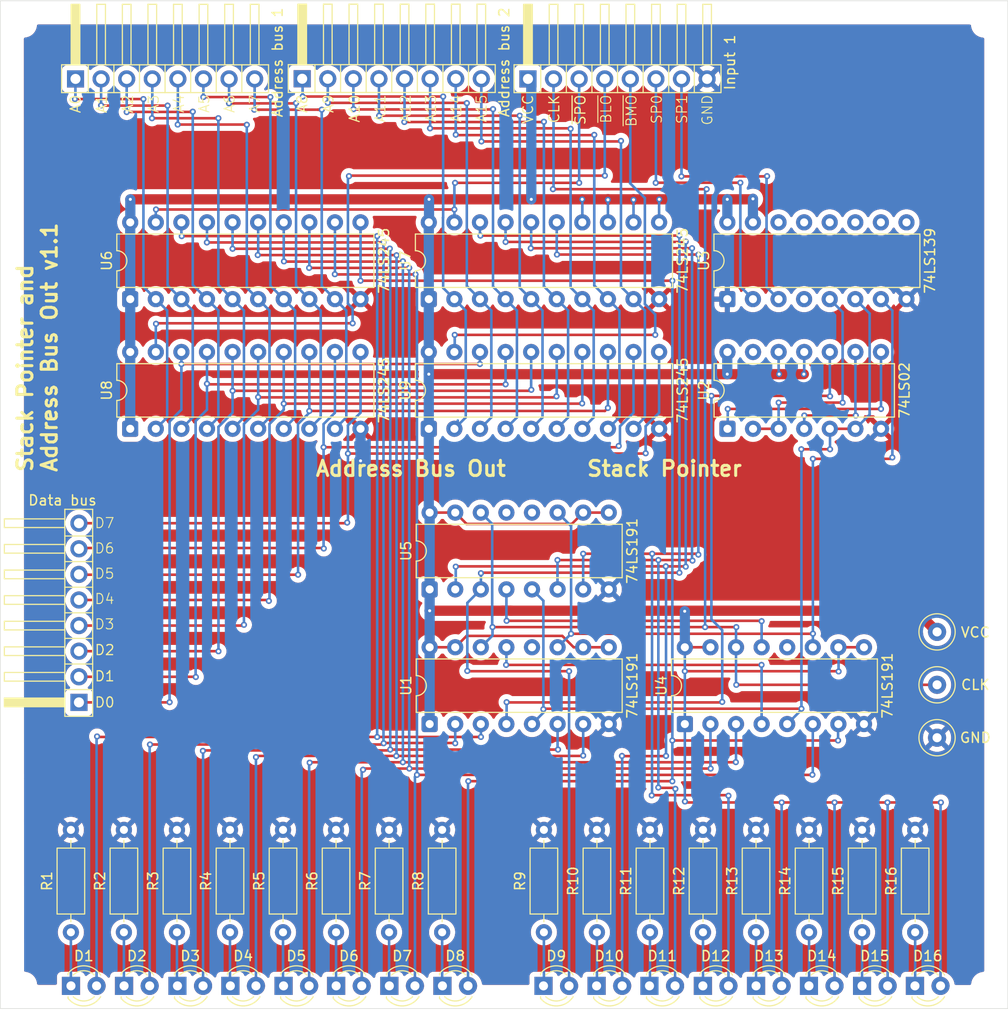
<source format=kicad_pcb>
(kicad_pcb (version 20241229) (generator "pcbnew") (generator_version "9.0")
  (title_block (title "Stack Pointer and Address Bus Out") (date "2025-12-21") (rev "1.1") (company "Marco Vettigli"))
  (layers (0 "F.Cu" signal) (2 "B.Cu" signal) (13 "F.Paste" user) (15 "B.Paste" user) (5 "F.SilkS" user "F.Silkscreen") (7 "B.SilkS" user "B.Silkscreen") (1 "F.Mask" user) (3 "B.Mask" user) (25 "Edge.Cuts" user))
  (net 0 "")
  (net 1 "/Stack Pointer/A0")
  (net 2 "Net-(D1-K)")
  (net 3 "Net-(D2-K)")
  (net 4 "/Stack Pointer/A1")
  (net 5 "Net-(D3-K)")
  (net 6 "/Stack Pointer/A2")
  (net 7 "/Stack Pointer/A3")
  (net 8 "Net-(D4-K)")
  (net 9 "/Stack Pointer/A4")
  (net 10 "Net-(D5-K)")
  (net 11 "Net-(D6-K)")
  (net 12 "/Stack Pointer/A5")
  (net 13 "/Stack Pointer/A6")
  (net 14 "Net-(D7-K)")
  (net 15 "/Stack Pointer/A7")
  (net 16 "Net-(D8-K)")
  (net 17 "/Stack Pointer MSB/D0")
  (net 18 "Net-(D9-K)")
  (net 19 "/Stack Pointer MSB/D1")
  (net 20 "Net-(D10-K)")
  (net 21 "/Stack Pointer MSB/D2")
  (net 22 "Net-(D11-K)")
  (net 23 "Net-(D12-K)")
  (net 24 "/Stack Pointer MSB/D3")
  (net 25 "VCC")
  (net 26 "Net-(D13-K)")
  (net 27 "D3")
  (net 28 "Net-(D14-K)")
  (net 29 "Net-(D15-K)")
  (net 30 "D1")
  (net 31 "D2")
  (net 32 "Net-(D16-K)")
  (net 33 "D4")
  (net 34 "D6")
  (net 35 "D0")
  (net 36 "D5")
  (net 37 "D7")
  (net 38 "A2")
  (net 39 "A6")
  (net 40 "A4")
  (net 41 "A1")
  (net 42 "A3")
  (net 43 "A0")
  (net 44 "A7")
  (net 45 "A5")
  (net 46 "A10")
  (net 47 "A13")
  (net 48 "A11")
  (net 49 "A14")
  (net 50 "A8")
  (net 51 "A15")
  (net 52 "A9")
  (net 53 "A12")
  (net 54 "CLK")
  (net 55 "GND")
  (net 56 "~{BLO}")
  (net 57 "~{BMO}")
  (net 58 "SC1")
  (net 59 "SC0")
  (net 60 "~{SPO}")
  (net 61 "Net-(U1-Pl)")
  (net 62 "Net-(U1-D{slash}U)")
  (net 64 "Net-(U1-Rc)")
  (net 65 "Net-(U1-Ce)")
  (net 67 "Net-(U3A-O1)")
  (net 68 "Net-(U2-Pad4)")
  (net 69 "Net-(U2-Pad1)")
  (net 77 "Net-(U4-Rc)")
  (footprint "Resistor_THT:R_Axial_DIN0207_L6.3mm_D2.5mm_P10.16mm_Horizontal" (layer "F.Cu") (at 119.742857 135.43 90)
    (property "Reference" "R12")
    (property "Value" "220")
  )
  (footprint "Resistor_THT:R_Axial_DIN0207_L6.3mm_D2.5mm_P10.16mm_Horizontal" (layer "F.Cu") (at 103.95 135.43 90)
    (property "Reference" "R9")
    (property "Value" "220")
  )
  (footprint "Package_DIP:DIP-16_W7.62mm" (layer "F.Cu") (at 117.94 114.77 90)
    (property "Reference" "U4")
    (property "Value" "74LS191")
  )
  (footprint "Custom:PinHeader_1x08_P2.54mm_Horizontal" (layer "F.Cu") (at 60.55 112.62 180)
    (property "Reference" "J1" (hide yes))
    (property "Value" "Data bus")
  )
  (footprint "Resistor_THT:R_Axial_DIN0207_L6.3mm_D2.5mm_P10.16mm_Horizontal" (layer "F.Cu") (at 109.214286 135.43 90)
    (property "Reference" "R10")
    (property "Value" "220")
  )
  (footprint "MountingHole:MountingHole_2.1mm" (layer "F.Cu") (at 147.652175 140.657186)
    (property "Reference" "REF**" (hide yes))
    (property "Value" "MountingHole_2.1mm" (hide yes))
  )
  (footprint "LED_THT:LED_D3.0mm" (layer "F.Cu") (at 83.33 140.75)
    (property "Reference" "D6")
    (property "Value" "GREEN")
  )
  (footprint "Package_DIP:DIP-14_W7.62mm" (layer "F.Cu") (at 122.17 85.47 90)
    (property "Reference" "U2")
    (property "Value" "74LS02")
  )
  (footprint "LED_THT:LED_D3.0mm" (layer "F.Cu") (at 109.18 140.75)
    (property "Reference" "D10")
    (property "Value" "GREEN")
  )
  (footprint "MountingHole:MountingHole_2.1mm" (layer "F.Cu") (at 52.34 45.35)
    (property "Reference" "REF**" (hide yes))
    (property "Value" "MountingHole_2.1mm" (hide yes))
  )
  (footprint "Resistor_THT:R_Axial_DIN0207_L6.3mm_D2.5mm_P10.16mm_Horizontal" (layer "F.Cu") (at 57 135.43 90)
    (property "Reference" "R1")
    (property "Value" "220")
  )
  (footprint "Resistor_THT:R_Axial_DIN0207_L6.3mm_D2.5mm_P10.16mm_Horizontal" (layer "F.Cu") (at 67.528571 135.43 90)
    (property "Reference" "R3")
    (property "Value" "220")
  )
  (footprint "LED_THT:LED_D3.0mm" (layer "F.Cu") (at 72.83 140.75)
    (property "Reference" "D4")
    (property "Value" "GREEN")
  )
  (footprint "LED_THT:LED_D3.0mm" (layer "F.Cu") (at 88.61 140.75)
    (property "Reference" "D7")
    (property "Value" "GREEN")
  )
  (footprint "Resistor_THT:R_Axial_DIN0207_L6.3mm_D2.5mm_P10.16mm_Horizontal" (layer "F.Cu") (at 135.535714 135.43 90)
    (property "Reference" "R15")
    (property "Value" "220")
  )
  (footprint "Resistor_THT:R_Axial_DIN0207_L6.3mm_D2.5mm_P10.16mm_Horizontal" (layer "F.Cu") (at 78.057143 135.43 90)
    (property "Reference" "R5")
    (property "Value" "220")
  )
  (footprint "Package_DIP:DIP-20_W7.62mm" (layer "F.Cu") (at 92.525 72.605 90)
    (property "Reference" "U7")
    (property "Value" "74LS245")
  )
  (footprint "Package_DIP:DIP-20_W7.62mm" (layer "F.Cu") (at 62.89 72.605 90)
    (property "Reference" "U6")
    (property "Value" "74LS245")
  )
  (footprint "LED_THT:LED_D3.0mm" (layer "F.Cu") (at 93.88 140.75)
    (property "Reference" "D8")
    (property "Value" "GREEN")
  )
  (footprint "TestPoint:TestPoint_Loop_D3.50mm_Drill0.9mm_Beaded" (layer "F.Cu") (at 142.975 105.625)
    (property "Reference" "TP1" (hide yes))
    (property "Value" "VCC")
  )
  (footprint "LED_THT:LED_D3.0mm" (layer "F.Cu") (at 78.11 140.75)
    (property "Reference" "D5")
    (property "Value" "GREEN")
  )
  (footprint "Resistor_THT:R_Axial_DIN0207_L6.3mm_D2.5mm_P10.16mm_Horizontal" (layer "F.Cu") (at 62.264286 135.43 90)
    (property "Reference" "R2")
    (property "Value" "220")
  )
  (footprint "LED_THT:LED_D3.0mm" (layer "F.Cu") (at 140.78 140.75)
    (property "Reference" "D16")
    (property "Value" "GREEN")
  )
  (footprint "Custom:PinHeader_1x08_P2.54mm_Horizontal" (layer "F.Cu") (at 57.46 53.5 90)
    (property "Reference" "J2" (hide yes))
    (property "Value" "Address bus 1")
  )
  (footprint "MountingHole:MountingHole_2.1mm" (layer "F.Cu") (at 147.64 45.36)
    (property "Reference" "REF**" (hide yes))
    (property "Value" "MountingHole_2.1mm" (hide yes))
  )
  (footprint "LED_THT:LED_D3.0mm" (layer "F.Cu") (at 114.43 140.75)
    (property "Reference" "D11")
    (property "Value" "GREEN")
  )
  (footprint "Package_DIP:DIP-20_W7.62mm" (layer "F.Cu") (at 62.89 85.47 90)
    (property "Reference" "U8")
    (property "Value" "74LS245")
  )
  (footprint "Resistor_THT:R_Axial_DIN0207_L6.3mm_D2.5mm_P10.16mm_Horizontal" (layer "F.Cu") (at 83.321429 135.43 90)
    (property "Reference" "R6")
    (property "Value" "220")
  )
  (footprint "Package_DIP:DIP-20_W7.62mm" (layer "F.Cu") (at 92.525 85.47 90)
    (property "Reference" "U9")
    (property "Value" "74LS245")
  )
  (footprint "LED_THT:LED_D3.0mm" (layer "F.Cu") (at 119.73 140.75)
    (property "Reference" "D12")
    (property "Value" "GREEN")
  )
  (footprint "Resistor_THT:R_Axial_DIN0207_L6.3mm_D2.5mm_P10.16mm_Horizontal" (layer "F.Cu") (at 140.8 135.43 90)
    (property "Reference" "R16")
    (property "Value" "220")
  )
  (footprint "LED_THT:LED_D3.0mm" (layer "F.Cu") (at 135.53 140.75)
    (property "Reference" "D15")
    (property "Value" "GREEN")
  )
  (footprint "Resistor_THT:R_Axial_DIN0207_L6.3mm_D2.5mm_P10.16mm_Horizontal" (layer "F.Cu") (at 114.478571 135.43 90)
    (property "Reference" "R11")
    (property "Value" "220")
  )
  (footprint "Custom:PinHeader_1x08_P2.54mm_Horizontal" (layer "F.Cu") (at 102.37 53.5 90)
    (property "Reference" "J4" (hide yes))
    (property "Value" "Input 1")
  )
  (footprint "LED_THT:LED_D3.0mm" (layer "F.Cu") (at 62.28 140.75)
    (property "Reference" "D2")
    (property "Value" "GREEN")
  )
  (footprint "LED_THT:LED_D3.0mm" (layer "F.Cu") (at 67.58 140.75)
    (property "Reference" "D3")
    (property "Value" "GREEN")
  )
  (footprint "Package_DIP:DIP-16_W7.62mm" (layer "F.Cu") (at 122.16 72.605 90)
    (property "Reference" "U3")
    (property "Value" "74LS139")
  )
  (footprint "LED_THT:LED_D3.0mm" (layer "F.Cu") (at 130.26 140.75)
    (property "Reference" "D14")
    (property "Value" "GREEN")
  )
  (footprint "TestPoint:TestPoint_Loop_D3.50mm_Drill0.9mm_Beaded" (layer "F.Cu") (at 142.975 110.875)
    (property "Reference" "TP2" (hide yes))
    (property "Value" "CLK")
  )
  (footprint "Resistor_THT:R_Axial_DIN0207_L6.3mm_D2.5mm_P10.16mm_Horizontal" (layer "F.Cu") (at 130.271429 135.43 90)
    (property "Reference" "R14")
    (property "Value" "220")
  )
  (footprint "Resistor_THT:R_Axial_DIN0207_L6.3mm_D2.5mm_P10.16mm_Horizontal" (layer "F.Cu") (at 72.792857 135.43 90)
    (property "Reference" "R4")
    (property "Value" "220")
  )
  (footprint "Resistor_THT:R_Axial_DIN0207_L6.3mm_D2.5mm_P10.16mm_Horizontal" (layer "F.Cu") (at 125.007143 135.43 90)
    (property "Reference" "R13")
    (property "Value" "220")
  )
  (footprint "Resistor_THT:R_Axial_DIN0207_L6.3mm_D2.5mm_P10.16mm_Horizontal" (layer "F.Cu") (at 88.585714 135.43 90)
    (property "Reference" "R7")
    (property "Value" "220")
  )
  (footprint "LED_THT:LED_D3.0mm" (layer "F.Cu") (at 125.01 140.75)
    (property "Reference" "D13")
    (property "Value" "GREEN")
  )
  (footprint "Custom:PinHeader_1x08_P2.54mm_Horizontal" (layer "F.Cu") (at 79.96 53.485 90)
    (property "Reference" "J3" (hide yes))
    (property "Value" "Address bus 2")
  )
  (footprint "LED_THT:LED_D3.0mm" (layer "F.Cu") (at 103.91 140.75)
    (property "Reference" "D9")
    (property "Value" "GREEN")
  )
  (footprint "Package_DIP:DIP-16_W7.62mm" (layer "F.Cu") (at 92.61 114.77 90)
    (property "Reference" "U1")
    (property "Value" "74LS191")
  )
  (footprint "LED_THT:LED_D3.0mm" (layer "F.Cu") (at 57.01 140.75)
    (property "Reference" "D1")
    (property "Value" "GREEN")
  )
  (footprint "TestPoint:TestPoint_Loop_D3.50mm_Drill0.9mm_Beaded" (layer "F.Cu") (at 142.975 116.125)
    (property "Reference" "TP3" (hide yes))
    (property "Value" "GND")
  )
  (footprint "Resistor_THT:R_Axial_DIN0207_L6.3mm_D2.5mm_P10.16mm_Horizontal" (layer "F.Cu") (at 93.85 135.43 90)
    (property "Reference" "R8")
    (property "Value" "220")
  )
  (footprint "Package_DIP:DIP-16_W7.62mm" (layer "F.Cu") (at 92.61 101.405 90)
    (property "Reference" "U5")
    (property "Value" "74LS191")
  )
  (footprint "MountingHole:MountingHole_2.1mm" (layer "F.Cu") (at 52.352175 140.647186)
    (property "Reference" "REF**" (hide yes))
    (property "Value" "MountingHole_2.1mm" (hide yes))
  )
  (gr_rect (start 50 43) (end 150 143) (stroke (width 0.05)) (fill no) (layer "Edge.Cuts"))
  (gr_text "Stack Pointer" (at 108.075 90.3 0) (layer "F.SilkS") (effects (font (size 1.5 1.5) (thickness 0.3) (bold yes)) (justify left bottom)))
  (gr_text "Stack Pointer and\nAddress Bus Out v1.1" (at 55.75 89.9 90) (layer "F.SilkS") (effects (font (size 1.5 1.5) (thickness 0.3) (bold yes)) (justify left bottom)))
  (gr_text "Address Bus Out" (at 81.15 90.3 0) (layer "F.SilkS") (effects (font (size 1.5 1.5) (thickness 0.3) (bold yes)) (justify left bottom)))
  (segment (start 68 66.35) (end 87.4 66.35) (width 0.254) (layer "F.Cu") (net 1))
  (segment (start 87.4 116.05) (end 97.7 116.05) (width 0.254) (layer "F.Cu") (net 1))
  (segment (start 59.65 116.05) (end 59.6 116) (width 0.254) (layer "F.Cu") (net 1))
  (segment (start 87.4 116.05) (end 59.65 116.05) (width 0.254) (layer "F.Cu") (net 1))
  (via (at 87.4 116.05) (size 0.6) (drill 0.3) (layers "F.Cu" "B.Cu") (net 1))
  (via (at 87.4 66.35) (size 0.6) (drill 0.3) (layers "F.Cu" "B.Cu") (net 1))
  (via (at 68 66.35) (size 0.6) (drill 0.3) (layers "F.Cu" "B.Cu") (net 1))
  (via (at 97.7 116.05) (size 0.6) (drill 0.3) (layers "F.Cu" "B.Cu") (net 1))
  (via (at 59.6 116) (size 0.6) (drill 0.3) (layers "F.Cu" "B.Cu") (net 1))
  (segment (start 67.97 64.985) (end 67.97 66.32) (width 0.254) (layer "B.Cu") (net 1))
  (segment (start 87.4 66.35) (end 87.4 116.05) (width 0.254) (layer "B.Cu") (net 1))
  (segment (start 97.7 116.05) (end 97.7 114.78) (width 0.254) (layer "B.Cu") (net 1))
  (segment (start 67.97 66.32) (end 68 66.35) (width 0.254) (layer "B.Cu") (net 1))
  (segment (start 59.6 116) (end 59.55 116.05) (width 0.254) (layer "B.Cu") (net 1))
  (segment (start 59.55 116.05) (end 59.55 140.75) (width 0.254) (layer "B.Cu") (net 1))
  (segment (start 97.7 114.78) (end 97.69 114.77) (width 0.254) (layer "B.Cu") (net 1))
  (segment (start 57 135.43) (end 57 140.74) (width 0.254) (layer "B.Cu") (net 2))
  (segment (start 57 140.74) (end 57.01 140.75) (width 0.254) (layer "B.Cu") (net 2))
  (segment (start 62.264286 135.43) (end 62.264286 140.734286) (width 0.254) (layer "B.Cu") (net 3))
  (segment (start 62.264286 140.734286) (end 62.28 140.75) (width 0.254) (layer "B.Cu") (net 3))
  (segment (start 88.046991 116.677) (end 87.923991 116.8) (width 0.254) (layer "F.Cu") (net 4))
  (segment (start 88.046991 116.677) (end 88.073991 116.65) (width 0.254) (layer "F.Cu") (net 4))
  (segment (start 87.923991 116.8) (end 64.85 116.8) (width 0.254) (layer "F.Cu") (net 4))
  (segment (start 88.014579 66.977) (end 88.027 66.964579) (width 0.254) (layer "F.Cu") (net 4))
  (segment (start 70.5 66.977) (end 88.014579 66.977) (width 0.254) (layer "F.Cu") (net 4))
  (segment (start 88.073991 116.65) (end 95.123 116.65) (width 0.254) (layer "F.Cu") (net 4))
  (segment (start 95.123 116.65) (end 95.15 116.677) (width 0.254) (layer "F.Cu") (net 4))
  (via (at 70.5 66.977) (size 0.6) (drill 0.3) (layers "F.Cu" "B.Cu") (net 4))
  (via (at 95.15 116.677) (size 0.6) (drill 0.3) (layers "F.Cu" "B.Cu") (net 4))
  (via (at 64.85 116.8) (size 0.6) (drill 0.3) (layers "F.Cu" "B.Cu") (net 4))
  (via (at 88.027 66.964579) (size 0.6) (drill 0.3) (layers "F.Cu" "B.Cu") (net 4))
  (via (at 88.046991 116.677) (size 0.6) (drill 0.3) (layers "F.Cu" "B.Cu") (net 4))
  (segment (start 64.82 116.83) (end 64.82 140.75) (width 0.254) (layer "B.Cu") (net 4))
  (segment (start 88.027 116.657009) (end 88.046991 116.677) (width 0.254) (layer "B.Cu") (net 4))
  (segment (start 64.85 116.8) (end 64.82 116.83) (width 0.254) (layer "B.Cu") (net 4))
  (segment (start 88.027 66.964579) (end 88.027 116.657009) (width 0.254) (layer "B.Cu") (net 4))
  (segment (start 95.15 116.677) (end 95.15 114.77) (width 0.254) (layer "B.Cu") (net 4))
  (segment (start 70.51 64.985) (end 70.51 66.967) (width 0.254) (layer "B.Cu") (net 4))
  (segment (start 70.51 66.967) (end 70.5 66.977) (width 0.254) (layer "B.Cu") (net 4))
  (segment (start 67.528571 140.698571) (end 67.58 140.75) (width 0.254) (layer "B.Cu") (net 5))
  (segment (start 67.528571 135.43) (end 67.528571 140.698571) (width 0.254) (layer "B.Cu") (net 5))
  (segment (start 88.636851 67.604) (end 88.654 67.586851) (width 0.254) (layer "F.Cu") (net 6))
  (segment (start 88.705 117.305) (end 105.345 117.305) (width 0.254) (layer "F.Cu") (net 6))
  (segment (start 88.7 117.3) (end 88.705 117.305) (width 0.254) (layer "F.Cu") (net 6))
  (segment (start 70.1 117.427) (end 70.273 117.427) (width 0.254) (layer "F.Cu") (net 6))
  (segment (start 73.05 67.604) (end 88.636851 67.604) (width 0.254) (layer "F.Cu") (net 6))
  (segment (start 70.273 117.427) (end 70.314063 117.385937) (width 0.254) (layer "F.Cu") (net 6))
  (segment (start 105.345 117.305) (end 105.35 117.3) (width 0.254) (layer "F.Cu") (net 6))
  (segment (start 70.314063 117.385937) (end 88.614063 117.385937) (width 0.254) (layer "F.Cu") (net 6))
  (segment (start 88.614063 117.385937) (end 88.7 117.3) (width 0.254) (layer "F.Cu") (net 6))
  (via (at 73.05 67.604) (size 0.6) (drill 0.3) (layers "F.Cu" "B.Cu") (net 6))
  (via (at 88.7 117.3) (size 0.6) (drill 0.3) (layers "F.Cu" "B.Cu") (net 6))
  (via (at 105.35 117.3) (size 0.6) (drill 0.3) (layers "F.Cu" "B.Cu") (net 6))
  (via (at 88.654 67.586851) (size 0.6) (drill 0.3) (layers "F.Cu" "B.Cu") (net 6))
  (via (at 70.1 117.427) (size 0.6) (drill 0.3) (layers "F.Cu" "B.Cu") (net 6))
  (segment (start 73.05 64.985) (end 73.05 67.604) (width 0.254) (layer "B.Cu") (net 6))
  (segment (start 105.31 117.26) (end 105.31 114.77) (width 0.254) (layer "B.Cu") (net 6))
  (segment (start 88.7 67.632851) (end 88.7 117.3) (width 0.254) (layer "B.Cu") (net 6))
  (segment (start 70.12 117.58) (end 70.12 140.75) (width 0.254) (layer "B.Cu") (net 6))
  (segment (start 70.1 117.56) (end 70.12 117.58) (width 0.254) (layer "B.Cu") (net 6))
  (segment (start 105.35 117.3) (end 105.31 117.26) (width 0.254) (layer "B.Cu") (net 6))
  (segment (start 88.654 67.586851) (end 88.7 67.632851) (width 0.254) (layer "B.Cu") (net 6))
  (segment (start 70.1 117.427) (end 70.1 117.56) (width 0.254) (layer "B.Cu") (net 6))
  (segment (start 75.432 117.932) (end 89.3 117.932) (width 0.254) (layer "F.Cu") (net 7))
  (segment (start 75.37 118.05) (end 75.37 117.994) (width 0.254) (layer "F.Cu") (net 7))
  (segment (start 107.818 117.932) (end 107.85 117.9) (width 0.254) (layer "F.Cu") (net 7))
  (segment (start 89.307315 68.231) (end 89.327 68.250685) (width 0.254) (layer "F.Cu") (net 7))
  (segment (start 89.3 117.932) (end 107.818 117.932) (width 0.254) (layer "F.Cu") (net 7))
  (segment (start 75.55 68.231) (end 89.307315 68.231) (width 0.254) (layer "F.Cu") (net 7))
  (segment (start 75.37 117.994) (end 75.432 117.932) (width 0.254) (layer "F.Cu") (net 7))
  (via (at 75.37 118.05) (size 0.6) (drill 0.3) (layers "F.Cu" "B.Cu") (net 7))
  (via (at 89.3 117.932) (size 0.6) (drill 0.3) (layers "F.Cu" "B.Cu") (net 7))
  (via (at 89.327 68.250685) (size 0.6) (drill 0.3) (layers "F.Cu" "B.Cu") (net 7))
  (via (at 107.85 117.9) (size 0.6) (drill 0.3) (layers "F.Cu" "B.Cu") (net 7))
  (via (at 75.55 68.231) (size 0.6) (drill 0.3) (layers "F.Cu" "B.Cu") (net 7))
  (segment (start 75.59 68.191) (end 75.55 68.231) (width 0.254) (layer "B.Cu") (net 7))
  (segment (start 75.59 64.985) (end 75.59 68.191) (width 0.254) (layer "B.Cu") (net 7))
  (segment (start 107.85 117.9) (end 107.85 114.77) (width 0.254) (layer "B.Cu") (net 7))
  (segment (start 89.327 68.250685) (end 89.327 117.905) (width 0.254) (layer "B.Cu") (net 7))
  (segment (start 75.37 118.05) (end 75.37 140.75) (width 0.254) (layer "B.Cu") (net 7))
  (segment (start 89.327 117.905) (end 89.3 117.932) (width 0.254) (layer "B.Cu") (net 7))
  (segment (start 72.792857 140.712857) (end 72.83 140.75) (width 0.254) (layer "B.Cu") (net 8))
  (segment (start 72.792857 135.43) (end 72.792857 140.712857) (width 0.254) (layer "B.Cu") (net 8))
  (segment (start 89.95 118.559) (end 122.991 118.559) (width 0.254) (layer "F.Cu") (net 9))
  (segment (start 89.925315 68.878685) (end 89.954 68.85) (width 0.254) (layer "F.Cu") (net 9))
  (segment (start 78.170685 68.878685) (end 89.925315 68.878685) (width 0.254) (layer "F.Cu") (net 9))
  (segment (start 78.15 68.858) (end 78.170685 68.878685) (width 0.254) (layer "F.Cu") (net 9))
  (segment (start 89.95 118.559) (end 80.741 118.559) (width 0.254) (layer "F.Cu") (net 9))
  (segment (start 122.991 118.559) (end 123 118.55) (width 0.254) (layer "F.Cu") (net 9))
  (segment (start 80.741 118.559) (end 80.7 118.6) (width 0.254) (layer "F.Cu") (net 9))
  (via (at 89.954 68.85) (size 0.6) (drill 0.3) (layers "F.Cu" "B.Cu") (net 9))
  (via (at 78.15 68.858) (size 0.6) (drill 0.3) (layers "F.Cu" "B.Cu") (net 9))
  (via (at 80.7 118.6) (size 0.6) (drill 0.3) (layers "F.Cu" "B.Cu") (net 9))
  (via (at 123 118.55) (size 0.6) (drill 0.3) (layers "F.Cu" "B.Cu") (net 9))
  (via (at 89.95 118.559) (size 0.6) (drill 0.3) (layers "F.Cu" "B.Cu") (net 9))
  (segment (start 89.954 68.85) (end 89.954 118.555) (width 0.254) (layer "B.Cu") (net 9))
  (segment (start 123 118.55) (end 123.02 118.53) (width 0.254) (layer "B.Cu") (net 9))
  (segment (start 123.02 118.53) (end 123.02 114.77) (width 0.254) (layer "B.Cu") (net 9))
  (segment (start 80.7 118.6) (end 80.65 118.65) (width 0.254) (layer "B.Cu") (net 9))
  (segment (start 78.13 64.985) (end 78.13 68.838) (width 0.254) (layer "B.Cu") (net 9))
  (segment (start 80.65 118.65) (end 80.65 140.75) (width 0.254) (layer "B.Cu") (net 9))
  (segment (start 78.13 68.838) (end 78.15 68.858) (width 0.254) (layer "B.Cu") (net 9))
  (segment (start 89.954 118.555) (end 89.95 118.559) (width 0.254) (layer "B.Cu") (net 9))
  (segment (start 78.057143 140.697143) (end 78.11 140.75) (width 0.254) (layer "B.Cu") (net 10))
  (segment (start 78.057143 135.43) (end 78.057143 140.697143) (width 0.254) (layer "B.Cu") (net 10))
  (segment (start 83.321429 140.741429) (end 83.33 140.75) (width 0.254) (layer "B.Cu") (net 11))
  (segment (start 83.321429 135.43) (end 83.321429 140.741429) (width 0.254) (layer "B.Cu") (net 11))
  (segment (start 80.65 69.505685) (end 90.577035 69.505685) (width 0.254) (layer "F.Cu") (net 12))
  (segment (start 90.6 119.186) (end 86.114 119.186) (width 0.254) (layer "F.Cu") (net 12))
  (segment (start 90.577035 69.505685) (end 90.581 69.50965) (width 0.254) (layer "F.Cu") (net 12))
  (segment (start 86.114 119.186) (end 86 119.3) (width 0.254) (layer "F.Cu") (net 12))
  (segment (start 90.6 119.186) (end 120.5 119.186) (width 0.254) (layer "F.Cu") (net 12))
  (via (at 86 119.3) (size 0.6) (drill 0.3) (layers "F.Cu" "B.Cu") (net 12))
  (via (at 90.6 119.186) (size 0.6) (drill 0.3) (layers "F.Cu" "B.Cu") (net 12))
  (via (at 80.65 69.505685) (size 0.6) (drill 0.3) (layers "F.Cu" "B.Cu") (net 12))
  (via (at 120.5 119.186) (size 0.6) (drill 0.3) (layers "F.Cu" "B.Cu") (net 12))
  (via (at 90.581 69.50965) (size 0.6) (drill 0.3) (layers "F.Cu" "B.Cu") (net 12))
  (segment (start 90.581 69.50965) (end 90.581 119.167) (width 0.254) (layer "B.Cu") (net 12))
  (segment (start 85.87 119.43) (end 85.87 140.75) (width 0.254) (layer "B.Cu") (net 12))
  (segment (start 120.5 119.186) (end 120.48 119.166) (width 0.254) (layer "B.Cu") (net 12))
  (segment (start 80.67 64.985) (end 80.67 69.485685) (width 0.254) (layer "B.Cu") (net 12))
  (segment (start 90.581 119.167) (end 90.6 119.186) (width 0.254) (layer "B.Cu") (net 12))
  (segment (start 80.67 69.485685) (end 80.65 69.505685) (width 0.254) (layer "B.Cu") (net 12))
  (segment (start 86 119.3) (end 85.87 119.43) (width 0.254) (layer "B.Cu") (net 12))
  (segment (start 120.48 119.166) (end 120.48 114.77) (width 0.254) (layer "B.Cu") (net 12))
  (segment (start 83.217315 70.15) (end 91.208 70.15) (width 0.254) (layer "F.Cu") (net 13))
  (segment (start 130.587 119.813) (end 130.6 119.8) (width 0.254) (layer "F.Cu") (net 13))
  (segment (start 83.2 70.132685) (end 83.217315 70.15) (width 0.254) (layer "F.Cu") (net 13))
  (segment (start 91.35 119.813) (end 130.587 119.813) (width 0.254) (layer "F.Cu") (net 13))
  (via (at 91.208 70.15) (size 0.6) (drill 0.3) (layers "F.Cu" "B.Cu") (net 13))
  (via (at 91.35 119.813) (size 0.6) (drill 0.3) (layers "F.Cu" "B.Cu") (net 13))
  (via (at 130.6 119.8) (size 0.6) (drill 0.3) (layers "F.Cu" "B.Cu") (net 13))
  (via (at 83.2 70.132685) (size 0.6) (drill 0.3) (layers "F.Cu" "B.Cu") (net 13))
  (segment (start 83.21 70.122685) (end 83.2 70.132685) (width 0.254) (layer "B.Cu") (net 13))
  (segment (start 130.6 119.8) (end 130.64 119.76) (width 0.254) (layer "B.Cu") (net 13))
  (segment (start 91.35 70.292) (end 91.35 119.813) (width 0.254) (layer "B.Cu") (net 13))
  (segment (start 130.64 119.76) (end 130.64 114.77) (width 0.254) (layer "B.Cu") (net 13))
  (segment (start 91.208 70.15) (end 91.35 70.292) (width 0.254) (layer "B.Cu") (net 13))
  (segment (start 91.35 119.813) (end 91.15 120.013) (width 0.254) (layer "B.Cu") (net 13))
  (segment (start 83.21 64.985) (end 83.21 70.122685) (width 0.254) (layer "B.Cu") (net 13))
  (segment (start 91.15 120.013) (end 91.15 140.75) (width 0.254) (layer "B.Cu") (net 13))
  (segment (start 88.585714 140.725714) (end 88.61 140.75) (width 0.254) (layer "B.Cu") (net 14))
  (segment (start 88.585714 135.43) (end 88.585714 140.725714) (width 0.254) (layer "B.Cu") (net 14))
  (segment (start 116.7 70.777) (end 85.75 70.777) (width 0.254) (layer "F.Cu") (net 15))
  (segment (start 116.7 116.4) (end 133.15 116.4) (width 0.254) (layer "F.Cu") (net 15))
  (segment (start 116.69 120.44) (end 116.7 120.45) (width 0.254) (layer "F.Cu") (net 15))
  (segment (start 96.45 120.44) (end 116.69 120.44) (width 0.254) (layer "F.Cu") (net 15))
  (via (at 133.15 116.4) (size 0.6) (drill 0.3) (layers "F.Cu" "B.Cu") (net 15))
  (via (at 96.45 120.44) (size 0.6) (drill 0.3) (layers "F.Cu" "B.Cu") (net 15))
  (via (at 116.7 70.777) (size 0.6) (drill 0.3) (layers "F.Cu" "B.Cu") (net 15))
  (via (at 85.75 70.777) (size 0.6) (drill 0.3) (layers "F.Cu" "B.Cu") (net 15))
  (via (at 116.7 120.45) (size 0.6) (drill 0.3) (layers "F.Cu" "B.Cu") (net 15))
  (via (at 116.7 116.4) (size 0.6) (drill 0.3) (layers "F.Cu" "B.Cu") (net 15))
  (segment (start 96.42 140.75) (end 96.42 120.47) (width 0.254) (layer "B.Cu") (net 15))
  (segment (start 133.15 114.8) (end 133.18 114.77) (width 0.254) (layer "B.Cu") (net 15))
  (segment (start 116.7 70.777) (end 116.7 116.4) (width 0.254) (layer "B.Cu") (net 15))
  (segment (start 133.15 116.4) (end 133.15 114.8) (width 0.254) (layer "B.Cu") (net 15))
  (segment (start 85.75 64.985) (end 85.75 70.777) (width 0.254) (layer "B.Cu") (net 15))
  (segment (start 96.42 120.47) (end 96.45 120.44) (width 0.254) (layer "B.Cu") (net 15))
  (segment (start 116.7 120.45) (end 116.7 116.4) (width 0.254) (layer "B.Cu") (net 15))
  (segment (start 93.85 135.43) (end 93.85 140.72) (width 0.254) (layer "B.Cu") (net 16))
  (segment (start 93.85 140.72) (end 93.88 140.75) (width 0.254) (layer "B.Cu") (net 16))
  (segment (start 97.65 66.3) (end 117.4 66.3) (width 0.254) (layer "F.Cu") (net 17))
  (segment (start 117.4 99.75) (end 97.75 99.75) (width 0.254) (layer "F.Cu") (net 17))
  (segment (start 106.45 109.527) (end 96.377 109.527) (width 0.254) (layer "F.Cu") (net 17))
  (segment (start 97.75 99.75) (end 97.7 99.8) (width 0.254) (layer "F.Cu") (net 17))
  (segment (start 96.377 109.527) (end 96.35 109.5) (width 0.254) (layer "F.Cu") (net 17))
  (via (at 117.4 99.75) (size 0.6) (drill 0.3) (layers "F.Cu" "B.Cu") (net 17))
  (via (at 96.35 109.5) (size 0.6) (drill 0.3) (layers "F.Cu" "B.Cu") (net 17))
  (via (at 97.65 66.3) (size 0.6) (drill 0.3) (layers "F.Cu" "B.Cu") (net 17))
  (via (at 106.45 109.527) (size 0.6) (drill 0.3) (layers "F.Cu" "B.Cu") (net 17))
  (via (at 117.4 66.3) (size 0.6) (drill 0.3) (layers "F.Cu" "B.Cu") (net 17))
  (via (at 97.7 99.8) (size 0.6) (drill 0.3) (layers "F.Cu" "B.Cu") (net 17))
  (segment (start 97.7 101.395) (end 97.69 101.405) (width 0.254) (layer "B.Cu") (net 17))
  (segment (start 96.35 109.5) (end 96.35 102.745) (width 0.254) (layer "B.Cu") (net 17))
  (segment (start 117.4 66.3) (end 117.4 99.75) (width 0.254) (layer "B.Cu") (net 17))
  (segment (start 97.605 64.985) (end 97.605 66.255) (width 0.254) (layer "B.Cu") (net 17))
  (segment (start 106.45 140.75) (end 106.45 109.527) (width 0.254) (layer "B.Cu") (net 17))
  (segment (start 97.7 99.8) (end 97.7 101.395) (width 0.254) (layer "B.Cu") (net 17))
  (segment (start 97.605 66.255) (end 97.65 66.3) (width 0.254) (layer "B.Cu") (net 17))
  (segment (start 96.35 102.745) (end 97.69 101.405) (width 0.254) (layer "B.Cu") (net 17))
  (segment (start 103.95 140.71) (end 103.91 140.75) (width 0.254) (layer "B.Cu") (net 18))
  (segment (start 103.95 135.43) (end 103.95 140.71) (width 0.254) (layer "B.Cu") (net 18))
  (segment (start 111.7 117.932) (end 111.718 117.95) (width 0.254) (layer "F.Cu") (net 19))
  (segment (start 100.15 66.927) (end 118 66.927) (width 0.254) (layer "F.Cu") (net 19))
  (segment (start 118.027 99.15) (end 117.999 99.122) (width 0.254) (layer "F.Cu") (net 19))
  (segment (start 117.999 99.122) (end 116.05 99.122) (width 0.254) (layer "F.Cu") (net 19))
  (segment (start 116.05 99.122) (end 95.228 99.122) (width 0.254) (layer "F.Cu") (net 19))
  (segment (start 118 66.927) (end 118.027 66.9) (width 0.254) (layer "F.Cu") (net 19))
  (segment (start 95.228 99.122) (end 95.2 99.15) (width 0.254) (layer "F.Cu") (net 19))
  (segment (start 111.718 117.95) (end 116.055 117.95) (width 0.254) (layer "F.Cu") (net 19))
  (segment (start 116.055 117.95) (end 116.073 117.932) (width 0.254) (layer "F.Cu") (net 19))
  (via (at 118.027 99.15) (size 0.6) (drill 0.3) (layers "F.Cu" "B.Cu") (net 19))
  (via (at 116.05 99.122) (size 0.6) (drill 0.3) (layers "F.Cu" "B.Cu") (net 19))
  (via (at 118.027 66.9) (size 0.6) (drill 0.3) (layers "F.Cu" "B.Cu") (net 19))
  (via (at 111.7 117.932) (size 0.6) (drill 0.3) (layers "F.Cu" "B.Cu") (net 19))
  (via (at 95.2 99.15) (size 0.6) (drill 0.3) (layers "F.Cu" "B.Cu") (net 19))
  (via (at 116.073 117.932) (size 0.6) (drill 0.3) (layers "F.Cu" "B.Cu") (net 19))
  (via (at 100.15 66.927) (size 0.6) (drill 0.3) (layers "F.Cu" "B.Cu") (net 19))
  (segment (start 118.027 66.9) (end 118.027 98.9) (width 0.254) (layer "B.Cu") (net 19))
  (segment (start 95.2 99.15) (end 95.2 101.355) (width 0.254) (layer "B.Cu") (net 19))
  (segment (start 116.073 99.145) (end 116.05 99.122) (width 0.254) (layer "B.Cu") (net 19))
  (segment (start 100.145 66.922) (end 100.15 66.927) (width 0.254) (layer "B.Cu") (net 19))
  (segment (start 111.72 140.75) (end 111.72 117.952) (width 0.254) (layer "B.Cu") (net 19))
  (segment (start 100.145 64.985) (end 100.145 66.922) (width 0.254) (layer "B.Cu") (net 19))
  (segment (start 116.073 117.932) (end 116.073 99.145) (width 0.254) (layer "B.Cu") (net 19))
  (segment (start 111.72 117.952) (end 111.7 117.932) (width 0.254) (layer "B.Cu") (net 19))
  (segment (start 95.2 101.355) (end 95.15 101.405) (width 0.254) (layer "B.Cu") (net 19))
  (segment (start 109.214286 135.43) (end 109.214286 140.715714) (width 0.254) (layer "B.Cu") (net 20))
  (segment (start 109.214286 140.715714) (end 109.18 140.75) (width 0.254) (layer "B.Cu") (net 20))
  (segment (start 102.65 67.554) (end 102.650152 67.553848) (width 0.254) (layer "F.Cu") (net 21))
  (segment (start 115.417 121.067) (end 115.45 121.1) (width 0.254) (layer "F.Cu") (net 21))
  (segment (start 115.310894 121.067) (end 115.417 121.067) (width 0.254) (layer "F.Cu") (net 21))
  (segment (start 118.645 98.495) (end 105.3 98.495) (width 0.254) (layer "F.Cu") (net 21))
  (segment (start 115.45 121.1) (end 116.9 121.1) (width 0.254) (layer "F.Cu") (net 21))
  (segment (start 116.9 121.1) (end 117 121.2) (width 0.254) (layer "F.Cu") (net 21))
  (segment (start 118.7 98.55) (end 118.645 98.495) (width 0.254) (layer "F.Cu") (net 21))
  (segment (start 102.650152 67.553848) (end 118.654 67.553848) (width 0.254) (layer "F.Cu") (net 21))
  (via (at 105.3 98.495) (size 0.6) (drill 0.3) (layers "F.Cu" "B.Cu") (net 21))
  (via (at 118.7 98.55) (size 0.6) (drill 0.3) (layers "F.Cu" "B.Cu") (net 21))
  (via (at 115.310894 121.067) (size 0.6) (drill 0.3) (layers "F.Cu" "B.Cu") (net 21))
  (via (at 102.65 67.554) (size 0.6) (drill 0.3) (layers "F.Cu" "B.Cu") (net 21))
  (via (at 115.310894 98.495) (size 0.6) (drill 0.3) (layers "F.Cu" "B.Cu") (net 21))
  (via (at 117 121.2) (size 0.6) (drill 0.3) (layers "F.Cu" "B.Cu") (net 21))
  (via (at 118.654 67.553848) (size 0.6) (drill 0.3) (layers "F.Cu" "B.Cu") (net 21))
  (segment (start 118.654 67.553848) (end 118.654 98.504) (width 0.254) (layer "B.Cu") (net 21))
  (segment (start 102.685 67.519) (end 102.65 67.554) (width 0.254) (layer "B.Cu") (net 21))
  (segment (start 102.685 64.985) (end 102.685 67.519) (width 0.254) (layer "B.Cu") (net 21))
  (segment (start 116.97 121.23) (end 117 121.2) (width 0.254) (layer "B.Cu") (net 21))
  (segment (start 118.654 98.504) (end 118.7 98.55) (width 0.254) (layer "B.Cu") (net 21))
  (segment (start 105.3 98.495) (end 105.3 101.395) (width 0.254) (layer "B.Cu") (net 21))
  (segment (start 116.97 140.75) (end 116.97 121.23) (width 0.254) (layer "B.Cu") (net 21))
  (segment (start 115.310894 121.067) (end 115.310894 98.495) (width 0.254) (layer "B.Cu") (net 21))
  (segment (start 105.3 101.395) (end 105.31 101.405) (width 0.254) (layer "B.Cu") (net 21))
  (segment (start 114.478571 135.43) (end 114.478571 140.701429) (width 0.254) (layer "B.Cu") (net 22))
  (segment (start 114.478571 140.701429) (end 114.43 140.75) (width 0.254) (layer "B.Cu") (net 22))
  (segment (start 119.742857 135.43) (end 119.742857 140.737143) (width 0.254) (layer "B.Cu") (net 23))
  (segment (start 119.742857 140.737143) (end 119.73 140.75) (width 0.254) (layer "B.Cu") (net 23))
  (segment (start 114.856 121.85) (end 114.878 121.828) (width 0.254) (layer "F.Cu") (net 24))
  (segment (start 119.193637 97.868) (end 119.281 97.955363) (width 0.254) (layer "F.Cu") (net 24))
  (segment (start 105.25 68.180848) (end 119.267424 68.180848) (width 0.254) (layer "F.Cu") (net 24))
  (segment (start 114.65 121.85) (end 114.856 121.85) (width 0.254) (layer "F.Cu") (net 24))
  (segment (start 114.878 121.828) (end 122.218 121.828) (width 0.254) (layer "F.Cu") (net 24))
  (segment (start 122.218 121.828) (end 122.27 121.88) (width 0.254) (layer "F.Cu") (net 24))
  (segment (start 114.5 97.868) (end 119.193637 97.868) (width 0.254) (layer "F.Cu") (net 24))
  (segment (start 107.85 97.868) (end 114.5 97.868) (width 0.254) (layer "F.Cu") (net 24))
  (segment (start 119.267424 68.180848) (end 119.281 68.194424) (width 0.254) (layer "F.Cu") (net 24))
  (via (at 114.7 97.868) (size 0.6) (drill 0.3) (layers "F.Cu" "B.Cu") (net 24))
  (via (at 105.25 68.180848) (size 0.6) (drill 0.3) (layers "F.Cu" "B.Cu") (net 24))
  (via (at 122.27 121.88) (size 0.6) (drill 0.3) (layers "F.Cu" "B.Cu") (net 24))
  (via (at 114.65 121.85) (size 0.6) (drill 0.3) (layers "F.Cu" "B.Cu") (net 24))
  (via (at 119.281 68.194424) (size 0.6) (drill 0.3) (layers "F.Cu" "B.Cu") (net 24))
  (via (at 119.281 97.955363) (size 0.6) (drill 0.3) (layers "F.Cu" "B.Cu") (net 24))
  (via (at 107.85 97.868) (size 0.6) (drill 0.3) (layers "F.Cu" "B.Cu") (net 24))
  (segment (start 114.65 121.665788) (end 114.682894 121.632894) (width 0.254) (layer "B.Cu") (net 24))
  (segment (start 107.85 97.868) (end 107.85 101.405) (width 0.254) (layer "B.Cu") (net 24))
  (segment (start 114.682894 121.632894) (end 114.682894 97.885106) (width 0.254) (layer "B.Cu") (net 24))
  (segment (start 119.281 68.194424) (end 119.281 97.955363) (width 0.254) (layer "B.Cu") (net 24))
  (segment (start 105.225 68.155848) (end 105.25 68.180848) (width 0.254) (layer "B.Cu") (net 24))
  (segment (start 114.65 121.85) (end 114.65 121.665788) (width 0.254) (layer "B.Cu") (net 24))
  (segment (start 114.682894 97.885106) (end 114.7 97.868) (width 0.254) (layer "B.Cu") (net 24))
  (segment (start 122.27 121.88) (end 122.27 140.75) (width 0.254) (layer "B.Cu") (net 24))
  (segment (start 105.225 64.985) (end 105.225 68.155848) (width 0.254) (layer "B.Cu") (net 24))
  (segment (start 106.722 94.913) (end 96.278 94.913) (width 0.254) (layer "F.Cu") (net 25))
  (segment (start 96.278 94.913) (end 95.15 93.785) (width 0.254) (layer "F.Cu") (net 25))
  (segment (start 110.35 62.7) (end 112.8 62.7) (width 1.016) (layer "F.Cu") (net 25))
  (segment (start 132.8 122.55) (end 138.05 122.55) (width 0.254) (layer "F.Cu") (net 25))
  (segment (start 112.845 62.745) (end 112.89 62.7) (width 1.016) (layer "F.Cu") (net 25))
  (segment (start 99.832058 103.514) (end 99.821058 103.525) (width 1.016) (layer "F.Cu") (net 25))
  (segment (start 117.925 103.575) (end 117.875 103.525) (width 1.016) (layer "F.Cu") (net 25))
  (segment (start 115.4 62.7) (end 122.15 62.7) (width 1.016) (layer "F.Cu") (net 25))
  (segment (start 100.678942 103.525) (end 100.667942 103.514) (width 1.016) (layer "F.Cu") (net 25))
  (segment (start 122.15 80.05) (end 127.3 80.05) (width 1.016) (layer "F.Cu") (net 25))
  (segment (start 92.55 62.7) (end 62.9 62.7) (width 1.016) (layer "F.Cu") (net 25))
  (segment (start 110.305 62.745) (end 110.35 62.7) (width 1.016) (layer "F.Cu") (net 25))
  (segment (start 110.39 93.785) (end 107.85 93.785) (width 0.254) (layer "F.Cu") (net 25))
  (segment (start 143.35 122.55) (end 138.05 122.55) (width 0.254) (layer "F.Cu") (net 25))
  (segment (start 107.75 62.7) (end 110.26 62.7) (width 1.016) (layer "F.Cu") (net 25))
  (segment (start 107.85 93.785) (end 106.722 94.913) (width 0.254) (layer "F.Cu") (net 25))
  (segment (start 112.89 62.7) (end 115.4 62.7) (width 1.016) (layer "F.Cu") (net 25))
  (segment (start 117.94 107.15) (end 120.48 107.15) (width 0.254) (layer "F.Cu") (net 25))
  (segment (start 117.925 103.575) (end 117.975 103.525) (width 1.016) (layer "F.Cu") (net 25))
  (segment (start 118.045 122.55) (end 117.95 122.455) (width 0.254) (layer "F.Cu") (net 25))
  (segment (start 96.278 106.022) (end 105.777233 106.022) (width 0.254) (layer "F.Cu") (net 25))
  (segment (start 102.7 62.7) (end 92.55 62.7) (width 1.016) (layer "F.Cu") (net 25))
  (segment (start 110.26 62.7) (end 110.305 62.745) (width 1.016) (layer "F.Cu") (net 25))
  (segment (start 100.667942 103.514) (end 99.832058 103.514) (width 1.016) (layer "F.Cu") (net 25))
  (segment (start 117.94 109.527) (end 133.177 109.527) (width 0.254) (layer "F.Cu") (net 25))
  (segment (start 99.821058 103.525) (end 92.61 103.525) (width 1.016) (layer "F.Cu") (net 25))
  (segment (start 133.18 107.15) (end 135.72 107.15) (width 0.254) (layer "F.Cu") (net 25))
  (segment (start 107.85 107.15) (end 110.39 107.15) (width 0.254) (layer "F.Cu") (net 25))
  (segment (start 106.905233 107.15) (end 107.85 107.15) (width 0.254) (layer "F.Cu") (net 25))
  (segment (start 124.65 62.7) (end 124.7 62.65) (width 1.016) (layer "F.Cu") (net 25))
  (segment (start 117.975 103.525) (end 140.875 103.525) (width 1.016) (layer "F.Cu") (net 25))
  (segment (start 112.8 62.7) (end 112.845 62.745) (width 1.016) (layer "F.Cu") (net 25))
  (segment (start 127.55 122.55) (end 132.8 122.55) (width 0.254) (layer "F.Cu") (net 25))
  (segment (start 117.875 103.525) (end 100.678942 103.525) (width 1.016) (layer "F.Cu") (net 25))
  (segment (start 92.525 80.05) (end 122.15 80.05) (width 1.016) (layer "F.Cu") (net 25))
  (segment (start 102.7 62.7) (end 107.75 62.7) (width 1.016) (layer "F.Cu") (net 25))
  (segment (start 140.875 103.525) (end 142.975 105.625) (width 1.016) (layer "F.Cu") (net 25))
  (segment (start 95.15 107.15) (end 96.278 106.022) (width 0.254) (layer "F.Cu") (net 25))
  (segment (start 122.15 62.7) (end 124.65 62.7) (width 1.016) (layer "F.Cu") (net 25))
  (segment (start 105.777233 106.022) (end 106.905233 107.15) (width 0.254) (layer "F.Cu") (net 25))
  (segment (start 95.15 93.785) (end 92.61 93.785) (width 0.254) (layer "F.Cu") (net 25))
  (segment (start 133.177 109.527) (end 133.2 109.55) (width 0.254) (layer "F.Cu") (net 25))
  (segment (start 127.55 122.55) (end 118.045 122.55) (width 0.254) (layer "F.Cu") (net 25))
  (segment (start 95.15 107.15) (end 92.61 107.15) (width 0.254) (layer "F.Cu") (net 25))
  (segment (start 127.3 80.05) (end 129.75 80.05) (width 1.016) (layer "F.Cu") (net 25))
  (via (at 112.845 62.745) (size 0.6) (drill 0.3) (layers "F.Cu" "B.Cu") (net 25))
  (via (at 117.925 103.575) (size 0.6) (drill 0.3) (layers "F.Cu" "B.Cu") (net 25))
  (via (at 117.94 109.527) (size 0.6) (drill 0.3) (layers "F.Cu" "B.Cu") (net 25))
  (via (at 124.7 62.65) (size 0.6) (drill 0.3) (layers "F.Cu" "B.Cu") (net 25))
  (via (at 92.525 80.05) (size 0.6) (drill 0.3) (layers "F.Cu" "B.Cu") (net 25))
  (via (at 127.55 122.55) (size 0.6) (drill 0.3) (layers "F.Cu" "B.Cu") (net 25))
  (via (at 110.305 62.745) (size 0.6) (drill 0.3) (layers "F.Cu" "B.Cu") (net 25))
  (via (at 133.2 109.55) (size 0.6) (drill 0.3) (layers "F.Cu" "B.Cu") (net 25))
  (via (at 102.7 62.7) (size 0.6) (drill 0.3) (layers "F.Cu" "B.Cu") (net 25))
  (via (at 127.3 80.05) (size 0.6) (drill 0.3) (layers "F.Cu" "B.Cu") (net 25))
  (via (at 122.15 62.7) (size 0.6) (drill 0.3) (layers "F.Cu" "B.Cu") (net 25))
  (via (at 138.05 122.55) (size 0.6) (drill 0.3) (layers "F.Cu" "B.Cu") (net 25))
  (via (at 115.4 62.7) (size 0.6) (drill 0.3) (layers "F.Cu" "B.Cu") (net 25))
  (via (at 132.8 122.55) (size 0.6) (drill 0.3) (layers "F.Cu" "B.Cu") (net 25))
  (via (at 107.75 62.7) (size 0.6) (drill 0.3) (layers "F.Cu" "B.Cu") (net 25))
  (via (at 143.35 122.55) (size 0.6) (drill 0.3) (layers "F.Cu" "B.Cu") (net 25))
  (via (at 129.75 80.05) (size 0.6) (drill 0.3) (layers "F.Cu" "B.Cu") (net 25))
  (via (at 62.9 62.7) (size 0.6) (drill 0.3) (layers "F.Cu" "B.Cu") (net 25))
  (via (at 92.61 103.525) (size 0.6) (drill 0.3) (layers "F.Cu" "B.Cu") (net 25))
  (via (at 117.95 122.455) (size 0.6) (drill 0.3) (layers "F.Cu" "B.Cu") (net 25))
  (via (at 122.15 80.05) (size 0.6) (drill 0.3) (layers "F.Cu" "B.Cu") (net 25))
  (via (at 92.55 62.7) (size 0.6) (drill 0.3) (layers "F.Cu" "B.Cu") (net 25))
  (segment (start 110.305 62.745) (end 110.305 64.985) (width 0.254) (layer "B.Cu") (net 25))
  (segment (start 92.55 62.7) (end 92.55 64.96) (width 1.016) (layer "B.Cu") (net 25))
  (segment (start 133.2 109.55) (end 133.2 107.17) (width 0.254) (layer "B.Cu") (net 25))
  (segment (start 129.75 80.05) (end 129.79 80.01) (width 0.254) (layer "B.Cu") (net 25))
  (segment (start 122.15 77.87) (end 122.17 77.85) (width 1.016) (layer "B.Cu") (net 25))
  (segment (start 92.525 85.47) (end 92.525 93.365) (width 1.016) (layer "B.Cu") (net 25))
  (segment (start 143.35 122.75) (end 143.32 122.78) (width 0.254) (layer "B.Cu") (net 25))
  (segment (start 62.89 64.985) (end 62.89 72.605) (width 1.016) (layer "B.Cu") (net 25))
  (segment (start 127.25 80) (end 127.3 80.05) (width 0.254) (layer "B.Cu") (net 25))
  (segment (start 92.61 93.785) (end 92.61 101.405) (width 1.016) (layer "B.Cu") (net 25))
  (segment (start 92.525 72.605) (end 92.525 77.85) (width 1.016) (layer "B.Cu") (net 25))
  (segment (start 117.94 107.15) (end 117.94 109.3) (width 0.254) (layer "B.Cu") (net 25))
  (segment (start 129.79 80.01) (end 129.79 77.85) (width 0.254) (layer "B.Cu") (net 25))
  (segment (start 107.765 64.985) (end 107.765 62.715) (width 0.254) (layer "B.Cu") (net 25))
  (segment (start 62.9 64.975) (end 62.89 64.985) (width 1.016) (layer "B.Cu") (net 25))
  (segment (start 117.95 122.455) (end 117.94 122.445) (width 0.254) (layer "B.Cu") (net 25))
  (segment (start 117.94 103.59) (end 117.925 103.575) (width 1.016) (layer "B.Cu") (net 25))
  (segment (start 122.16 62.71) (end 122.15 62.7) (width 1.016) (layer "B.Cu") (net 25))
  (segment (start 122.16 64.985) (end 122.16 62.71) (width 1.016) (layer "B.Cu") (net 25))
  (segment (start 122.15 80.05) (end 122.15 77.87) (width 1.016) (layer "B.Cu") (net 25))
  (segment (start 117.94 109.3) (end 117.94 109.527) (width 0.254) (layer "B.Cu") (net 25))
  (segment (start 92.61 103.525) (end 92.61 107.15) (width 1.016) (layer "B.Cu") (net 25))
  (segment (start 127.25 77.85) (end 127.25 80) (width 0.254) (layer "B.Cu") (net 25))
  (segment (start 62.89 77.85) (end 62.89 85.47) (width 1.016) (layer "B.Cu") (net 25))
  (segment (start 138.05 122.71) (end 138.07 122.73) (width 0.254) (layer "B.Cu") (net 25))
  (segment (start 62.9 62.7) (end 62.9 64.975) (width 1.016) (layer "B.Cu") (net 25))
  (segment (start 102.37 50.75) (end 102.7 51.08) (width 1.016) (layer "B.Cu") (net 25))
  (segment (start 115.385 64.985) (end 115.385 62.715) (width 0.254) (layer "B.Cu") (net 25))
  (segment (start 115.385 62.715) (end 115.4 62.7) (width 0.254) (layer "B.Cu") (net 25))
  (segment (start 62.89 72.605) (end 62.89 77.85) (width 1.016) (layer "B.Cu") (net 25))
  (segment (start 92.525 64.985) (end 92.525 72.605) (width 1.016) (layer "B.Cu") (net 25))
  (segment (start 102.7 51.08) (end 102.7 62.7) (width 1.016) (layer "B.Cu") (net 25))
  (segment (start 117.94 122.445) (end 117.94 114.77) (width 0.254) (layer "B.Cu") (net 25))
  (segment (start 143.35 122.55) (end 143.35 122.75) (width 0.254) (layer "B.Cu") (net 25))
  (segment (start 92.525 77.85) (end 92.525 85.47) (width 1.016) (layer "B.Cu") (net 25))
  (segment (start 92.55 64.96) (end 92.525 64.985) (width 1.016) (layer "B.Cu") (net 25))
  (segment (start 117.94 107.15) (end 117.94 103.59) (width 1.016) (layer "B.Cu") (net 25))
  (segment (start 92.61 107.15) (end 92.61 114.77) (width 1.016) (layer "B.Cu") (net 25))
  (segment (start 138.07 122.73) (end 138.07 140.75) (width 0.254) (layer "B.Cu") (net 25))
  (segment (start 132.8 122.55) (end 132.8 140.75) (width 0.254) (layer "B.Cu") (net 25))
  (segment (start 138.05 122.55) (end 138.05 122.71) (width 0.254) (layer "B.Cu") (net 25))
  (segment (start 143.32 122.78) (end 143.32 140.75) (width 0.254) (layer "B.Cu") (net 25))
  (segment (start 92.61 101.405) (end 92.61 103.525) (width 1.016) (layer "B.Cu") (net 25))
  (segment (start 124.7 62.65) (end 124.7 64.985) (width 1.016) (layer "B.Cu") (net 25))
  (segment (start 117.94 109.3) (end 117.94 114.77) (width 0.254) (layer "B.Cu") (net 25))
  (segment (start 133.2 107.17) (end 133.18 107.15) (width 0.254) (layer "B.Cu") (net 25))
  (segment (start 112.845 62.745) (end 112.845 64.985) (width 0.254) (layer "B.Cu") (net 25))
  (segment (start 127.55 140.75) (end 127.55 122.55) (width 0.254) (layer "B.Cu") (net 25))
  (segment (start 107.765 62.715) (end 107.75 62.7) (width 0.254) (layer "B.Cu") (net 25))
  (segment (start 125.007143 135.43) (end 125.007143 140.747143) (width 0.254) (layer "B.Cu") (net 26))
  (segment (start 125.007143 140.747143) (end 125.01 140.75) (width 0.254) (layer "B.Cu") (net 26))
  (segment (start 73.9 105) (end 57.8 105) (width 0.254) (layer "F.Cu") (net 27))
  (segment (start 105.1 82.35) (end 75.613 82.35) (width 0.254) (layer "F.Cu") (net 27))
  (segment (start 73.978 104.922) (end 73.9 105) (width 0.254) (layer "F.Cu") (net 27))
  (segment (start 74.178 104.922) (end 73.978 104.922) (width 0.254) (layer "F.Cu") (net 27))
  (segment (start 75.613 82.35) (end 75.59 82.327) (width 0.254) (layer "F.Cu") (net 27))
  (segment (start 105.2 82.25) (end 105.1 82.35) (width 0.254) (layer "F.Cu") (net 27))
  (via (at 75.59 82.327) (size 0.6) (drill 0.3) (layers "F.Cu" "B.Cu") (net 27))
  (via (at 74.178 104.922) (size 0.6) (drill 0.3) (layers "F.Cu" "B.Cu") (net 27))
  (via (at 105.2 82.25) (size 0.6) (drill 0.3) (layers "F.Cu" "B.Cu") (net 27))
  (segment (start 75.59 82.327) (end 75.59 83.573467) (width 0.254) (layer "B.Cu") (net 27))
  (segment (start 74.178 84.985467) (end 74.178 104.922) (width 0.254) (layer "B.Cu") (net 27))
  (segment (start 105.225 82.225) (end 105.225 77.85) (width 0.254) (layer "B.Cu") (net 27))
  (segment (start 105.2 82.25) (end 105.225 82.225) (width 0.254) (layer "B.Cu") (net 27))
  (segment (start 75.59 83.573467) (end 74.178 84.985467) (width 0.254) (layer "B.Cu") (net 27))
  (segment (start 75.59 82.327) (end 75.59 77.85) (width 0.254) (layer "B.Cu") (net 27))
  (segment (start 130.271429 140.738571) (end 130.26 140.75) (width 0.254) (layer "B.Cu") (net 28))
  (segment (start 130.271429 135.43) (end 130.271429 140.738571) (width 0.254) (layer "B.Cu") (net 28))
  (segment (start 135.53 135.82) (end 135.53 140.75) (width 0.254) (layer "B.Cu") (net 29))
  (segment (start 135.535714 135.814286) (end 135.53 135.82) (width 0.254) (layer "B.Cu") (net 29))
  (segment (start 135.535714 135.43) (end 135.535714 135.814286) (width 0.254) (layer "B.Cu") (net 29))
  (segment (start 69.38 110.08) (end 69.4 110.1) (width 0.254) (layer "F.Cu") (net 30))
  (segment (start 57.8 110.08) (end 69.38 110.08) (width 0.254) (layer "F.Cu") (net 30))
  (segment (start 100.15 81.058) (end 70.568 81.058) (width 0.254) (layer "F.Cu") (net 30))
  (segment (start 70.568 81.058) (end 70.51 81) (width 0.254) (layer "F.Cu") (net 30))
  (via (at 69.4 110.1) (size 0.6) (drill 0.3) (layers "F.Cu" "B.Cu") (net 30))
  (via (at 70.51 81) (size 0.6) (drill 0.3) (layers "F.Cu" "B.Cu") (net 30))
  (via (at 100.15 81.058) (size 0.6) (drill 0.3) (layers "F.Cu" "B.Cu") (net 30))
  (segment (start 69.4 110.1) (end 69.382 110.082) (width 0.254) (layer "B.Cu") (net 30))
  (segment (start 69.382 84.701468) (end 70.51 83.573468) (width 0.254) (layer "B.Cu") (net 30))
  (segment (start 100.145 81.053) (end 100.15 81.058) (width 0.254) (layer "B.Cu") (net 30))
  (segment (start 100.145 77.85) (end 100.145 81.053) (width 0.254) (layer "B.Cu") (net 30))
  (segment (start 70.51 81) (end 70.51 77.85) (width 0.254) (layer "B.Cu") (net 30))
  (segment (start 69.382 110.082) (end 69.382 84.701468) (width 0.254) (layer "B.Cu") (net 30))
  (segment (start 70.51 83.573468) (end 70.51 81) (width 0.254) (layer "B.Cu") (net 30))
  (segment (start 69.4 110.1) (end 69.38 110.08) (width 0.254) (layer "B.Cu") (net 30))
  (segment (start 57.8 107.54) (end 71.64 107.54) (width 0.254) (layer "F.Cu") (net 31))
  (segment (start 102.6 81.7) (end 73.05 81.7) (width 0.254) (layer "F.Cu") (net 31))
  (segment (start 102.7 81.6) (end 102.6 81.7) (width 0.254) (layer "F.Cu") (net 31))
  (segment (start 71.64 107.54) (end 71.65 107.55) (width 0.254) (layer "F.Cu") (net 31))
  (via (at 71.65 107.55) (size 0.6) (drill 0.3) (layers "F.Cu" "B.Cu") (net 31))
  (via (at 73.05 81.7) (size 0.6) (drill 0.3) (layers "F.Cu" "B.Cu") (net 31))
  (via (at 102.7 81.6) (size 0.6) (drill 0.3) (layers "F.Cu" "B.Cu") (net 31))
  (segment (start 71.65 85.274767) (end 73.05 83.874767) (width 0.254) (layer "B.Cu") (net 31))
  (segment (start 57.81 107.55) (end 57.8 107.54) (width 0.254) (layer "B.Cu") (net 31))
  (segment (start 73.05 81.7) (end 73.05 77.85) (width 0.254) (layer "B.Cu") (net 31))
  (segment (start 102.685 77.85) (end 102.685 81.585) (width 0.254) (layer "B.Cu") (net 31))
  (segment (start 102.685 81.585) (end 102.7 81.6) (width 0.254) (layer "B.Cu") (net 31))
  (segment (start 71.65 107.55) (end 71.65 85.274767) (width 0.254) (layer "B.Cu") (net 31))
  (segment (start 73.05 83.874767) (end 73.05 81.7) (width 0.254) (layer "B.Cu") (net 31))
  (segment (start 140.8 140.73) (end 140.78 140.75) (width 0.254) (layer "B.Cu") (net 32))
  (segment (start 140.8 135.43) (end 140.8 140.73) (width 0.254) (layer "B.Cu") (net 32))
  (segment (start 57.8 102.46) (end 76.56 102.46) (width 0.254) (layer "F.Cu") (net 33))
  (segment (start 76.56 102.46) (end 76.65 102.55) (width 0.254) (layer "F.Cu") (net 33))
  (segment (start 107.55 82.95) (end 107.523 82.977) (width 0.254) (layer "F.Cu") (net 33))
  (segment (start 107.523 82.977) (end 78.13 82.977) (width 0.254) (layer "F.Cu") (net 33))
  (segment (start 107.75 82.95) (end 107.55 82.95) (width 0.254) (layer "F.Cu") (net 33))
  (via (at 78.13 82.977) (size 0.6) (drill 0.3) (layers "F.Cu" "B.Cu") (net 33))
  (via (at 76.65 102.55) (size 0.6) (drill 0.3) (layers "F.Cu" "B.Cu") (net 33))
  (via (at 107.75 82.95) (size 0.6) (drill 0.3) (layers "F.Cu" "B.Cu") (net 33))
  (segment (start 76.718 84.985467) (end 78.13 83.573467) (width 0.254) (layer "B.Cu") (net 33))
  (segment (start 76.718 102.482) (end 76.718 84.985467) (width 0.254) (layer "B.Cu") (net 33))
  (segment (start 78.13 83.573467) (end 78.13 77.85) (width 0.254) (layer "B.Cu") (net 33))
  (segment (start 107.765 82.735) (end 107.765 77.85) (width 0.254) (layer "B.Cu") (net 33))
  (segment (start 107.75 82.95) (end 107.75 82.75) (width 0.254) (layer "B.Cu") (net 33))
  (segment (start 76.65 102.55) (end 76.718 102.482) (width 0.254) (layer "B.Cu") (net 33))
  (segment (start 107.75 82.75) (end 107.765 82.735) (width 0.254) (layer "B.Cu") (net 33))
  (segment (start 111.375 87.175) (end 111.25 87.3) (width 0.254) (layer "F.Cu") (net 34))
  (segment (start 57.88 97.3) (end 57.8 97.38) (width 0.254) (layer "F.Cu") (net 34))
  (segment (start 82.05 97.3) (end 57.88 97.3) (width 0.254) (layer "F.Cu") (net 34))
  (segment (start 82.1 97.35) (end 82.05 97.3) (width 0.254) (layer "F.Cu") (net 34))
  (segment (start 111.25 87.3) (end 82.082 87.3) (width 0.254) (layer "F.Cu") (net 34))
  (via (at 111.375 87.175) (size 0.6) (drill 0.3) (layers "F.Cu" "B.Cu") (net 34))
  (via (at 82.1 97.35) (size 0.6) (drill 0.3) (layers "F.Cu" "B.Cu") (net 34))
  (via (at 82.082 87.3) (size 0.6) (drill 0.3) (layers "F.Cu" "B.Cu") (net 34))
  (segment (start 111.5 85.219767) (end 112.845 83.874767) (width 0.254) (layer "B.Cu") (net 34))
  (segment (start 82.1 97.35) (end 82.1 97.186) (width 0.254) (layer "B.Cu") (net 34))
  (segment (start 112.845 83.874767) (end 112.845 77.85) (width 0.254) (layer "B.Cu") (net 34))
  (segment (start 83.21 83.874767) (end 83.21 77.85) (width 0.254) (layer "B.Cu") (net 34))
  (segment (start 82.082 87.3) (end 82.082 85.002767) (width 0.254) (layer "B.Cu") (net 34))
  (segment (start 82.082 85.002767) (end 83.21 83.874767) (width 0.254) (layer "B.Cu") (net 34))
  (segment (start 82.1 97.186) (end 82.082 97.168) (width 0.254) (layer "B.Cu") (net 34))
  (segment (start 111.375 87.175) (end 111.5 87.05) (width 0.254) (layer "B.Cu") (net 34))
  (segment (start 111.5 87.05) (end 111.5 85.219767) (width 0.254) (layer "B.Cu") (net 34))
  (segment (start 82.082 97.168) (end 82.082 87.3) (width 0.254) (layer "B.Cu") (net 34))
  (segment (start 67.97 79.05) (end 68.32 79.05) (width 0.254) (layer "F.Cu") (net 35))
  (segment (start 66.78 112.62) (end 66.8 112.6) (width 0.254) (layer "F.Cu") (net 35))
  (segment (start 68.328 79.042) (end 97.6 79.042) (width 0.254) (layer "F.Cu") (net 35))
  (segment (start 57.8 112.62) (end 66.78 112.62) (width 0.254) (layer "F.Cu") (net 35))
  (segment (start 68.32 79.05) (end 68.328 79.042) (width 0.254) (layer "F.Cu") (net 35))
  (segment (start 66.8 112.6) (end 66.842 112.558) (width 0.254) (layer "F.Cu") (net 35))
  (via (at 67.97 79.05) (size 0.6) (drill 0.3) (layers "F.Cu" "B.Cu") (net 35))
  (via (at 97.6 79.042) (size 0.6) (drill 0.3) (layers "F.Cu" "B.Cu") (net 35))
  (via (at 66.8 112.6) (size 0.6) (drill 0.3) (layers "F.Cu" "B.Cu") (net 35))
  (segment (start 67.97 83.573467) (end 66.8 84.743467) (width 0.254) (layer "B.Cu") (net 35))
  (segment (start 97.6 77.855) (end 97.605 77.85) (width 0.254) (layer "B.Cu") (net 35))
  (segment (start 67.97 79.05) (end 67.97 77.85) (width 0.254) (layer "B.Cu") (net 35))
  (segment (start 66.8 84.743467) (end 66.8 112.6) (width 0.254) (layer "B.Cu") (net 35))
  (segment (start 97.6 79.042) (end 97.6 77.855) (width 0.254) (layer "B.Cu") (net 35))
  (segment (start 66.8 112.6) (end 66.78 112.62) (width 0.254) (layer "B.Cu") (net 35))
  (segment (start 67.97 79.05) (end 67.97 83.573467) (width 0.254) (layer "B.Cu") (net 35))
  (segment (start 79.55 99.95) (end 57.83 99.95) (width 0.254) (layer "F.Cu") (net 36))
  (segment (start 57.83 99.95) (end 57.8 99.92) (width 0.254) (layer "F.Cu") (net 36))
  (segment (start 110.3 83.4) (end 110 83.7) (width 0.254) (layer "F.Cu") (net 36))
  (segment (start 110 83.7) (end 80.67 83.7) (width 0.254) (layer "F.Cu") (net 36))
  (via (at 80.67 83.7) (size 0.6) (drill 0.3) (layers "F.Cu" "B.Cu") (net 36))
  (via (at 79.55 99.95) (size 0.6) (drill 0.3) (layers "F.Cu" "B.Cu") (net 36))
  (via (at 110.3 83.4) (size 0.6) (drill 0.3) (layers "F.Cu" "B.Cu") (net 36))
  (segment (start 80.67 83.7) (end 80.67 77.85) (width 0.254) (layer "B.Cu") (net 36))
  (segment (start 110.305 77.85) (end 110.305 83.395) (width 0.254) (layer "B.Cu") (net 36))
  (segment (start 110.305 83.395) (end 110.3 83.4) (width 0.254) (layer "B.Cu") (net 36))
  (segment (start 79.542 85.002767) (end 80.67 83.874767) (width 0.254) (layer "B.Cu") (net 36))
  (segment (start 79.542 85.937233) (end 79.542 85.002767) (width 0.254) (layer "B.Cu") (net 36))
  (segment (start 79.55 85.945233) (end 79.542 85.937233) (width 0.254) (layer "B.Cu") (net 36))
  (segment (start 80.67 83.874767) (end 80.67 83.7) (width 0.254) (layer "B.Cu") (net 36))
  (segment (start 79.55 99.95) (end 79.55 85.945233) (width 0.254) (layer "B.Cu") (net 36))
  (segment (start 114.05 87.9) (end 114 87.95) (width 0.254) (layer "F.Cu") (net 37))
  (segment (start 84.36 94.84) (end 57.8 94.84) (width 0.254) (layer "F.Cu") (net 37))
  (segment (start 84.425 94.775) (end 84.36 94.84) (width 0.254) (layer "F.Cu") (net 37))
  (segment (start 113.846 87.95) (end 113.823 87.927) (width 0.254) (layer "F.Cu") (net 37))
  (segment (start 113.823 87.927) (end 84.5 87.927) (width 0.254) (layer "F.Cu") (net 37))
  (segment (start 114 87.95) (end 113.846 87.95) (width 0.254) (layer "F.Cu") (net 37))
  (via (at 84.5 87.927) (size 0.6) (drill 0.3) (layers "F.Cu" "B.Cu") (net 37))
  (via (at 114.05 87.9) (size 0.6) (drill 0.3) (layers "F.Cu" "B.Cu") (net 37))
  (via (at 84.425 94.775) (size 0.6) (drill 0.3) (layers "F.Cu" "B.Cu") (net 37))
  (segment (start 84.425 94.775) (end 84.5 94.7) (width 0.254) (layer "B.Cu") (net 37))
  (segment (start 114.05 87.9) (end 114.05 85.209767) (width 0.254) (layer "B.Cu") (net 37))
  (segment (start 84.5 94.7) (end 84.5 85.124767) (width 0.254) (layer "B.Cu") (net 37))
  (segment (start 85.75 83.874767) (end 85.75 77.85) (width 0.254) (layer "B.Cu") (net 37))
  (segment (start 84.5 85.124767) (end 85.75 83.874767) (width 0.254) (layer "B.Cu") (net 37))
  (segment (start 115.385 83.874767) (end 115.385 77.85) (width 0.254) (layer "B.Cu") (net 37))
  (segment (start 114.05 85.209767) (end 115.385 83.874767) (width 0.254) (layer "B.Cu") (net 37))
  (segment (start 62.66 54.04) (end 62.54 54.04) (width 0.254) (layer "F.Cu") (net 38))
  (segment (start 68.85 54) (end 68.823 54.027) (width 0.254) (layer "F.Cu") (net 38))
  (segment (start 62.673 54.027) (end 62.66 54.04) (width 0.254) (layer "F.Cu") (net 38))
  (segment (start 69.098 54) (end 68.85 54) (width 0.254) (layer "F.Cu") (net 38))
  (segment (start 68.823 54.027) (end 62.673 54.027) (width 0.254) (layer "F.Cu") (net 38))
  (via (at 62.54 54.04) (size 0.6) (drill 0.3) (layers "F.Cu" "B.Cu") (net 38))
  (via (at 69.098 54) (size 0.6) (drill 0.3) (layers "F.Cu" "B.Cu") (net 38))
  (segment (start 62.54 54.04) (end 62.54 50.75) (width 0.254) (layer "B.Cu") (net 38))
  (segment (start 69.098 54) (end 69.098 71.193) (width 0.254) (layer "B.Cu") (net 38))
  (segment (start 71.638 84.342) (end 70.51 85.47) (width 0.254) (layer "B.Cu") (net 38))
  (segment (start 69.098 71.193) (end 70.51 72.605) (width 0.254) (layer "B.Cu") (net 38))
  (segment (start 70.51 72.605) (end 71.638 73.733) (width 0.254) (layer "B.Cu") (net 38))
  (segment (start 71.638 73.733) (end 71.638 84.342) (width 0.254) (layer "B.Cu") (net 38))
  (segment (start 72.701 53.178) (end 72.7 53.177) (width 0.254) (layer "F.Cu") (net 39))
  (segment (start 79.35 53.15) (end 79.15 53.15) (width 0.254) (layer "F.Cu") (net 39))
  (segment (start 79.15 53.15) (end 79.122 53.178) (width 0.254) (layer "F.Cu") (net 39))
  (segment (start 79.122 53.178) (end 72.701 53.178) (width 0.254) (layer "F.Cu") (net 39))
  (via (at 72.7 53.177) (size 0.6) (drill 0.3) (layers "F.Cu" "B.Cu") (net 39))
  (via (at 79.35 53.15) (size 0.6) (drill 0.3) (layers "F.Cu" "B.Cu") (net 39))
  (segment (start 80.67 72.605) (end 81.798 73.733) (width 0.254) (layer "B.Cu") (net 39))
  (segment (start 81.798 84.342) (end 80.67 85.47) (width 0.254) (layer "B.Cu") (net 39))
  (segment (start 81.798 73.733) (end 81.798 84.342) (width 0.254) (layer "B.Cu") (net 39))
  (segment (start 79.35 71.285) (end 80.67 72.605) (width 0.254) (layer "B.Cu") (net 39))
  (segment (start 79.35 53.15) (end 79.35 71.285) (width 0.254) (layer "B.Cu") (net 39))
  (segment (start 72.7 53.177) (end 72.7 50.75) (width 0.254) (layer "B.Cu") (net 39))
  (segment (start 74.238 55.3) (end 74.219 55.281) (width 0.254) (layer "F.Cu") (net 40))
  (segment (start 74.219 55.281) (end 67.6 55.281) (width 0.254) (layer "F.Cu") (net 40))
  (segment (start 74.462 55.3) (end 74.238 55.3) (width 0.254) (layer "F.Cu") (net 40))
  (via (at 74.462 55.3) (size 0.6) (drill 0.3) (layers "F.Cu" "B.Cu") (net 40))
  (via (at 67.6 55.281) (size 0.6) (drill 0.3) (layers "F.Cu" "B.Cu") (net 40))
  (segment (start 75.59 72.605) (end 76.718 73.733) (width 0.254) (layer "B.Cu") (net 40))
  (segment (start 67.6 55.281) (end 67.62 55.261) (width 0.254) (layer "B.Cu") (net 40))
  (segment (start 76.718 84.342) (end 75.59 85.47) (width 0.254) (layer "B.Cu") (net 40))
  (segment (start 74.462 71.477) (end 75.59 72.605) (width 0.254) (layer "B.Cu") (net 40))
  (segment (start 74.462 55.3) (end 74.462 71.477) (width 0.254) (layer "B.Cu") (net 40))
  (segment (start 67.62 55.261) (end 67.62 50.75) (width 0.254) (layer "B.Cu") (net 40))
  (segment (start 76.718 73.733) (end 76.718 84.342) (width 0.254) (layer "B.Cu") (net 40))
  (segment (start 66.6 53.4) (end 60.023 53.4) (width 0.254) (layer "F.Cu") (net 41))
  (segment (start 60.023 53.4) (end 60 53.377) (width 0.254) (layer "F.Cu") (net 41))
  (via (at 60 53.377) (size 0.6) (drill 0.3) (layers "F.Cu" "B.Cu") (net 41))
  (via (at 66.6 53.4) (size 0.6) (drill 0.3) (layers "F.Cu" "B.Cu") (net 41))
  (segment (start 67.97 72.605) (end 69.098 73.733) (width 0.254) (layer "B.Cu") (net 41))
  (segment (start 66.6 71.235) (end 67.97 72.605) (width 0.254) (layer "B.Cu") (net 41))
  (segment (start 66.6 53.4) (end 66.6 71.235) (width 0.254) (layer "B.Cu") (net 41))
  (segment (start 60 53.377) (end 60 50.75) (width 0.254) (layer "B.Cu") (net 41))
  (segment (start 69.098 84.342) (end 67.97 85.47) (width 0.254) (layer "B.Cu") (net 41))
  (segment (start 69.098 73.733) (end 69.098 84.342) (width 0.254) (layer "B.Cu") (net 41))
  (segment (start 71.638 54.65) (end 71.3 54.65) (width 0.254) (layer "F.Cu") (net 42))
  (segment (start 71.296 54.654) (end 65.05 54.654) (width 0.254) (layer "F.Cu") (net 42))
  (segment (start 71.3 54.65) (end 71.296 54.654) (width 0.254) (layer "F.Cu") (net 42))
  (via (at 65.05 54.654) (size 0.6) (drill 0.3) (layers "F.Cu" "B.Cu") (net 42))
  (via (at 71.638 54.65) (size 0.6) (drill 0.3) (layers "F.Cu" "B.Cu") (net 42))
  (segment (start 73.05 72.605) (end 74.178 73.733) (width 0.254) (layer "B.Cu") (net 42))
  (segment (start 65.05 54.654) (end 65.08 54.624) (width 0.254) (layer "B.Cu") (net 42))
  (segment (start 65.08 54.624) (end 65.08 50.75) (width 0.254) (layer "B.Cu") (net 42))
  (segment (start 74.178 73.733) (end 74.178 84.342) (width 0.254) (layer "B.Cu") (net 42))
  (segment (start 74.178 84.342) (end 73.05 85.47) (width 0.254) (layer "B.Cu") (net 42))
  (segment (start 71.638 54.65) (end 71.638 71.193) (width 0.254) (layer "B.Cu") (net 42))
  (segment (start 71.638 71.193) (end 73.05 72.605) (width 0.254) (layer "B.Cu") (net 42))
  (segment (start 57.4 52.75) (end 64.2 52.75) (width 0.254) (layer "F.Cu") (net 43))
  (via (at 64.2 52.75) (size 0.6) (drill 0.3) (layers "F.Cu" "B.Cu") (net 43))
  (via (at 57.4 52.75) (size 0.6) (drill 0.3) (layers "F.Cu" "B.Cu") (net 43))
  (segment (start 57.45 50.76) (end 57.46 50.75) (width 0.254) (layer "B.Cu") (net 43))
  (segment (start 65.43 72.605) (end 64.2 71.375) (width 0.254) (layer "B.Cu") (net 43))
  (segment (start 66.558 73.733) (end 66.558 84.342) (width 0.254) (layer "B.Cu") (net 43))
  (segment (start 65.43 72.605) (end 66.558 73.733) (width 0.254) (layer "B.Cu") (net 43))
  (segment (start 64.2 71.375) (end 64.2 52.75) (width 0.254) (layer "B.Cu") (net 43))
  (segment (start 57.45 52.6) (end 57.45 50.76) (width 0.254) (layer "B.Cu") (net 43))
  (segment (start 57.4 52.65) (end 57.45 52.6) (width 0.254) (layer "B.Cu") (net 43))
  (segment (start 57.4 52.75) (end 57.4 52.65) (width 0.254) (layer "B.Cu") (net 43))
  (segment (start 66.558 84.342) (end 65.43 85.47) (width 0.254) (layer "B.Cu") (net 43))
  (segment (start 81.545 53.805) (end 75.2 53.805) (width 0.254) (layer "F.Cu") (net 44))
  (segment (start 81.55 53.8) (end 81.545 53.805) (width 0.254) (layer "F.Cu") (net 44))
  (segment (start 81.9 53.8) (end 81.55 53.8) (width 0.254) (layer "F.Cu") (net 44))
  (via (at 81.9 53.8) (size 0.6) (drill 0.3) (layers "F.Cu" "B.Cu") (net 44))
  (via (at 75.2 53.805) (size 0.6) (drill 0.3) (layers "F.Cu" "B.Cu") (net 44))
  (segment (start 84.338 73.733) (end 84.338 84.342) (width 0.254) (layer "B.Cu") (net 44))
  (segment (start 83.21 72.605) (end 84.338 73.733) (width 0.254) (layer "B.Cu") (net 44))
  (segment (start 75.24 53.765) (end 75.24 50.75) (width 0.254) (layer "B.Cu") (net 44))
  (segment (start 75.2 53.805) (end 75.24 53.765) (width 0.254) (layer "B.Cu") (net 44))
  (segment (start 84.338 84.342) (end 83.21 85.47) (width 0.254) (layer "B.Cu") (net 44))
  (segment (start 81.9 53.8) (end 81.9 71.295) (width 0.254) (layer "B.Cu") (net 44))
  (segment (start 81.9 71.295) (end 83.21 72.605) (width 0.254) (layer "B.Cu") (net 44))
  (segment (start 76.8 52.55) (end 70.15 52.55) (width 0.254) (layer "F.Cu") (net 45))
  (via (at 70.15 52.55) (size 0.6) (drill 0.3) (layers "F.Cu" "B.Cu") (net 45))
  (via (at 76.8 52.55) (size 0.6) (drill 0.3) (layers "F.Cu" "B.Cu") (net 45))
  (segment (start 79.258 84.342) (end 78.13 85.47) (width 0.254) (layer "B.Cu") (net 45))
  (segment (start 76.8 71.275) (end 76.8 52.55) (width 0.254) (layer "B.Cu") (net 45))
  (segment (start 70.15 52.55) (end 70.15 50.76) (width 0.254) (layer "B.Cu") (net 45))
  (segment (start 70.15 50.76) (end 70.16 50.75) (width 0.254) (layer "B.Cu") (net 45))
  (segment (start 78.13 72.605) (end 76.8 71.275) (width 0.254) (layer "B.Cu") (net 45))
  (segment (start 78.13 72.605) (end 79.258 73.733) (width 0.254) (layer "B.Cu") (net 45))
  (segment (start 79.258 73.733) (end 79.258 84.342) (width 0.254) (layer "B.Cu") (net 45))
  (segment (start 98.722 53.778) (end 85.073 53.778) (width 0.254) (layer "F.Cu") (net 46))
  (segment (start 98.9 53.75) (end 98.75 53.75) (width 0.254) (layer "F.Cu") (net 46))
  (segment (start 85.073 53.778) (end 85.05 53.755) (width 0.254) (layer "F.Cu") (net 46))
  (segment (start 98.75 53.75) (end 98.722 53.778) (width 0.254) (layer "F.Cu") (net 46))
  (via (at 85.05 53.755) (size 0.6) (drill 0.3) (layers "F.Cu" "B.Cu") (net 46))
  (via (at 98.9 53.75) (size 0.6) (drill 0.3) (layers "F.Cu" "B.Cu") (net 46))
  (segment (start 101.273 73.733) (end 101.273 84.342) (width 0.254) (layer "B.Cu") (net 46))
  (segment (start 85.05 53.755) (end 85.04 53.745) (width 0.254) (layer "B.Cu") (net 46))
  (segment (start 101.273 84.342) (end 100.145 85.47) (width 0.254) (layer "B.Cu") (net 46))
  (segment (start 100.145 72.605) (end 101.273 73.733) (width 0.254) (layer "B.Cu") (net 46))
  (segment (start 98.9 71.36) (end 100.145 72.605) (width 0.254) (layer "B.Cu") (net 46))
  (segment (start 85.04 53.745) (end 85.04 50.735) (width 0.254) (layer "B.Cu") (net 46))
  (segment (start 98.9 53.75) (end 98.9 71.36) (width 0.254) (layer "B.Cu") (net 46))
  (segment (start 106.495 55.655) (end 92.65 55.655) (width 0.254) (layer "F.Cu") (net 47))
  (segment (start 106.6 55.7) (end 106.54 55.7) (width 0.254) (layer "F.Cu") (net 47))
  (segment (start 106.54 55.7) (end 106.495 55.655) (width 0.254) (layer "F.Cu") (net 47))
  (via (at 92.65 55.655) (size 0.6) (drill 0.3) (layers "F.Cu" "B.Cu") (net 47))
  (via (at 106.6 55.7) (size 0.6) (drill 0.3) (layers "F.Cu" "B.Cu") (net 47))
  (segment (start 106.6 71.44) (end 107.765 72.605) (width 0.254) (layer "B.Cu") (net 47))
  (segment (start 106.6 55.7) (end 106.6 71.44) (width 0.254) (layer "B.Cu") (net 47))
  (segment (start 108.893 73.733) (end 108.893 84.342) (width 0.254) (layer "B.Cu") (net 47))
  (segment (start 92.66 55.645) (end 92.66 50.735) (width 0.254) (layer "B.Cu") (net 47))
  (segment (start 108.893 84.342) (end 107.765 85.47) (width 0.254) (layer "B.Cu") (net 47))
  (segment (start 107.765 72.605) (end 108.893 73.733) (width 0.254) (layer "B.Cu") (net 47))
  (segment (start 92.65 55.655) (end 92.66 55.645) (width 0.254) (layer "B.Cu") (net 47))
  (segment (start 87.605 54.4) (end 87.6 54.405) (width 0.254) (layer "F.Cu") (net 48))
  (segment (start 101.55 54.4) (end 87.605 54.4) (width 0.254) (layer "F.Cu") (net 48))
  (via (at 101.55 54.4) (size 0.6) (drill 0.3) (layers "F.Cu" "B.Cu") (net 48))
  (via (at 87.6 54.405) (size 0.6) (drill 0.3) (layers "F.Cu" "B.Cu") (net 48))
  (segment (start 101.55 54.4) (end 101.55 71.47) (width 0.254) (layer "B.Cu") (net 48))
  (segment (start 103.813 73.733) (end 103.813 84.342) (width 0.254) (layer "B.Cu") (net 48))
  (segment (start 103.813 84.342) (end 102.685 85.47) (width 0.254) (layer "B.Cu") (net 48))
  (segment (start 101.55 71.47) (end 102.685 72.605) (width 0.254) (layer "B.Cu") (net 48))
  (segment (start 87.58 54.385) (end 87.58 50.735) (width 0.254) (layer "B.Cu") (net 48))
  (segment (start 87.6 54.405) (end 87.58 54.385) (width 0.254) (layer "B.Cu") (net 48))
  (segment (start 102.685 72.605) (end 103.813 73.733) (width 0.254) (layer "B.Cu") (net 48))
  (segment (start 108.672 56.328) (end 95.246 56.328) (width 0.254) (layer "F.Cu") (net 49))
  (segment (start 95.246 56.328) (end 95.2 56.282) (width 0.254) (layer "F.Cu") (net 49))
  (segment (start 108.95 56.3) (end 108.7 56.3) (width 0.254) (layer "F.Cu") (net 49))
  (segment (start 108.7 56.3) (end 108.672 56.328) (width 0.254) (layer "F.Cu") (net 49))
  (via (at 95.2 56.282) (size 0.6) (drill 0.3) (layers "F.Cu" "B.Cu") (net 49))
  (via (at 108.95 56.3) (size 0.6) (drill 0.3) (layers "F.Cu" "B.Cu") (net 49))
  (segment (start 111.45 73.75) (end 111.45 84.325) (width 0.254) (layer "B.Cu") (net 49))
  (segment (start 108.95 71.25) (end 110.305 72.605) (width 0.254) (layer "B.Cu") (net 49))
  (segment (start 108.95 56.3) (end 108.95 71.25) (width 0.254) (layer "B.Cu") (net 49))
  (segment (start 110.305 72.605) (end 111.45 73.75) (width 0.254) (layer "B.Cu") (net 49))
  (segment (start 95.2 56.282) (end 95.2 50.735) (width 0.254) (layer "B.Cu") (net 49))
  (segment (start 111.45 84.325) (end 110.305 85.47) (width 0.254) (layer "B.Cu") (net 49))
  (segment (start 80 52.5) (end 93.95 52.5) (width 0.254) (layer "F.Cu") (net 50))
  (via (at 93.95 52.5) (size 0.6) (drill 0.3) (layers "F.Cu" "B.Cu") (net 50))
  (via (at 80 52.5) (size 0.6) (drill 0.3) (layers "F.Cu" "B.Cu") (net 50))
  (segment (start 93.937 64.517767) (end 93.937 65.452233) (width 0.254) (layer "B.Cu") (net 50))
  (segment (start 80 52.5) (end 80 50.775) (width 0.254) (layer "B.Cu") (net 50))
  (segment (start 93.95 71.49) (end 95.065 72.605) (width 0.254) (layer "B.Cu") (net 50))
  (segment (start 80 50.775) (end 79.96 50.735) (width 0.254) (layer "B.Cu") (net 50))
  (segment (start 93.95 64.504767) (end 93.937 64.517767) (width 0.254) (layer "B.Cu") (net 50))
  (segment (start 95.065 85.47) (end 95.4 85.135) (width 0.254) (layer "B.Cu") (net 50))
  (segment (start 93.95 65.465233) (end 93.95 71.49) (width 0.254) (layer "B.Cu") (net 50))
  (segment (start 95.4 85.135) (end 95.4 84.65) (width 0.254) (layer "B.Cu") (net 50))
  (segment (start 93.937 65.452233) (end 93.95 65.465233) (width 0.254) (layer "B.Cu") (net 50))
  (segment (start 93.95 52.5) (end 93.95 64.504767) (width 0.254) (layer "B.Cu") (net 50))
  (segment (start 96.193 84.342) (end 95.065 85.47) (width 0.254) (layer "B.Cu") (net 50))
  (segment (start 95.065 72.605) (end 96.193 73.733) (width 0.254) (layer "B.Cu") (net 50))
  (segment (start 96.193 73.733) (end 96.193 84.342) (width 0.254) (layer "B.Cu") (net 50))
  (segment (start 111.395 56.955) (end 97.75 56.955) (width 0.254) (layer "F.Cu") (net 51))
  (segment (start 111.45 56.9) (end 111.395 56.955) (width 0.254) (layer "F.Cu") (net 51))
  (segment (start 111.6 56.9) (end 111.45 56.9) (width 0.254) (layer "F.Cu") (net 51))
  (via (at 97.75 56.955) (size 0.6) (drill 0.3) (layers "F.Cu" "B.Cu") (net 51))
  (via (at 111.6 56.9) (size 0.6) (drill 0.3) (layers "F.Cu" "B.Cu") (net 51))
  (segment (start 113.973 73.733) (end 113.973 84.342) (width 0.254) (layer "B.Cu") (net 51))
  (segment (start 111.6 71.36) (end 112.845 72.605) (width 0.254) (layer "B.Cu") (net 51))
  (segment (start 113.973 84.342) (end 112.845 85.47) (width 0.254) (layer "B.Cu") (net 51))
  (segment (start 111.6 56.9) (end 111.6 71.36) (width 0.254) (layer "B.Cu") (net 51))
  (segment (start 112.845 72.605) (end 113.973 73.733) (width 0.254) (layer "B.Cu") (net 51))
  (segment (start 97.74 56.945) (end 97.74 50.735) (width 0.254) (layer "B.Cu") (net 51))
  (segment (start 97.75 56.955) (end 97.74 56.945) (width 0.254) (layer "B.Cu") (net 51))
  (segment (start 96.044 53.15) (end 96.022 53.128) (width 0.254) (layer "F.Cu") (net 52))
  (segment (start 96.3 53.15) (end 96.044 53.15) (width 0.254) (layer "F.Cu") (net 52))
  (segment (start 96.022 53.128) (end 82.501 53.128) (width 0.254) (layer "F.Cu") (net 52))
  (segment (start 82.501 53.128) (end 82.5 53.127) (width 0.254) (layer "F.Cu") (net 52))
  (via (at 96.3 53.15) (size 0.6) (drill 0.3) (layers "F.Cu" "B.Cu") (net 52))
  (via (at 82.5 53.127) (size 0.6) (drill 0.3) (layers "F.Cu" "B.Cu") (net 52))
  (segment (start 96.3 71.3) (end 97.605 72.605) (width 0.254) (layer "B.Cu") (net 52))
  (segment (start 96.3 53.15) (end 96.3 71.3) (width 0.254) (layer "B.Cu") (net 52))
  (segment (start 82.5 53.127) (end 82.5 50.735) (width 0.254) (layer "B.Cu") (net 52))
  (segment (start 98.733 84.342) (end 97.605 85.47) (width 0.254) (layer "B.Cu") (net 52))
  (segment (start 98.733 73.733) (end 98.733 84.342) (width 0.254) (layer "B.Cu") (net 52))
  (segment (start 97.605 72.605) (end 98.733 73.733) (width 0.254) (layer "B.Cu") (net 52))
  (segment (start 90.101 55.028) (end 90.1 55.027) (width 0.254) (layer "F.Cu") (net 53))
  (segment (start 103.95 55) (end 103.922 55.028) (width 0.254) (layer "F.Cu") (net 53))
  (segment (start 103.922 55.028) (end 90.101 55.028) (width 0.254) (layer "F.Cu") (net 53))
  (via (at 103.95 55) (size 0.6) (drill 0.3) (layers "F.Cu" "B.Cu") (net 53))
  (via (at 90.1 55.027) (size 0.6) (drill 0.3) (layers "F.Cu" "B.Cu") (net 53))
  (segment (start 90.1 55.027) (end 90.12 55.007) (width 0.254) (layer "B.Cu") (net 53))
  (segment (start 90.12 55.007) (end 90.12 50.735) (width 0.254) (layer "B.Cu") (net 53))
  (segment (start 105.225 72.605) (end 106.353 73.733) (width 0.254) (layer "B.Cu") (net 53))
  (segment (start 106.353 84.342) (end 105.225 85.47) (width 0.254) (layer "B.Cu") (net 53))
  (segment (start 103.95 71.33) (end 103.95 55) (width 0.254) (layer "B.Cu") (net 53))
  (segment (start 106.353 73.733) (end 106.353 84.342) (width 0.254) (layer "B.Cu") (net 53))
  (segment (start 105.225 72.605) (end 103.95 71.33) (width 0.254) (layer "B.Cu") (net 53))
  (segment (start 104.85 61.692) (end 120.1 61.692) (width 0.254) (layer "F.Cu") (net 54))
  (segment (start 119.95 105.15) (end 123.05 105.15) (width 0.254) (layer "F.Cu") (net 54))
  (segment (start 123.05 110.875) (end 142.975 110.875) (width 0.254) (layer "F.Cu") (net 54))
  (segment (start 119.95 105.15) (end 98.85 105.15) (width 0.254) (layer "F.Cu") (net 54))
  (via (at 98.85 105.15) (size 0.6) (drill 0.3) (layers "F.Cu" "B.Cu") (net 54))
  (via (at 119.95 105.15) (size 0.6) (drill 0.3) (layers "F.Cu" "B.Cu") (net 54))
  (via (at 120.1 61.692) (size 0.6) (drill 0.3) (layers "F.Cu" "B.Cu") (net 54))
  (via (at 104.85 61.692) (size 0.6) (drill 0.3) (layers "F.Cu" "B.Cu") (net 54))
  (via (at 123.05 110.875) (size 0.6) (drill 0.3) (layers "F.Cu" "B.Cu") (net 54))
  (via (at 123.05 105.15) (size 0.6) (drill 0.3) (layers "F.Cu" "B.Cu") (net 54))
  (segment (start 104.91 61.552) (end 104.91 50.75) (width 0.254) (layer "B.Cu") (net 54))
  (segment (start 123.02 107.15) (end 123.02 105.18) (width 0.254) (layer "B.Cu") (net 54))
  (segment (start 97.69 93.785) (end 98.818 94.913) (width 0.254) (layer "B.Cu") (net 54))
  (segment (start 123.02 107.15) (end 123.02 110.845) (width 0.254) (layer "B.Cu") (net 54))
  (segment (start 104.85 61.612) (end 104.91 61.552) (width 0.254) (layer "B.Cu") (net 54))
  (segment (start 98.85 105.15) (end 98.85 105.99) (width 0.254) (layer "B.Cu") (net 54))
  (segment (start 98.818 104.032) (end 98.818 105.118) (width 0.254) (layer "B.Cu") (net 54))
  (segment (start 98.85 105.99) (end 97.69 107.15) (width 0.254) (layer "B.Cu") (net 54))
  (segment (start 98.818 94.913) (end 98.818 104.032) (width 0.254) (layer "B.Cu") (net 54))
  (segment (start 119.95 61.842) (end 120.1 61.692) (width 0.254) (layer "B.Cu") (net 54))
  (segment (start 104.85 61.692) (end 104.85 61.612) (width 0.254) (layer "B.Cu") (net 54))
  (segment (start 119.95 105.15) (end 119.95 61.842) (width 0.254) (layer "B.Cu") (net 54))
  (segment (start 123.02 110.845) (end 123.05 110.875) (width 0.254) (layer "B.Cu") (net 54))
  (segment (start 123.02 105.18) (end 123.05 105.15) (width 0.254) (layer "B.Cu") (net 54))
  (segment (start 98.818 105.118) (end 98.85 105.15) (width 0.254) (layer "B.Cu") (net 54))
  (via (at 85.75 88.65) (size 0.6) (drill 0.3) (layers "F.Cu" "B.Cu") (net 55))
  (segment (start 85.75 85.47) (end 85.75 88.65) (width 1.016) (layer "B.Cu") (net 55))
  (segment (start 84.6 60.4) (end 84.7 60.4) (width 0.254) (layer "F.Cu") (net 56))
  (segment (start 84.7 60.4) (end 84.75 60.35) (width 0.254) (layer "F.Cu") (net 56))
  (segment (start 65.5 75) (end 65.45 75.05) (width 0.254) (layer "F.Cu") (net 56))
  (segment (start 84.965 75) (end 65.5 75) (width 0.254) (layer "F.Cu") (net 56))
  (segment (start 84.75 60.35) (end 110 60.35) (width 0.254) (layer "F.Cu") (net 56))
  (via (at 84.965 75) (size 0.6) (drill 0.3) (layers "F.Cu" "B.Cu") (net 56))
  (via (at 110 60.35) (size 0.6) (drill 0.3) (layers "F.Cu" "B.Cu") (net 56))
  (via (at 84.6 60.4) (size 0.6) (drill 0.3) (layers "F.Cu" "B.Cu") (net 56))
  (via (at 65.45 75.05) (size 0.6) (drill 0.3) (layers "F.Cu" "B.Cu") (net 56))
  (segment (start 84.5 60.5) (end 84.5 73.05) (width 0.254) (layer "B.Cu") (net 56))
  (segment (start 84.965 73.515) (end 84.965 75) (width 0.254) (layer "B.Cu") (net 56))
  (segment (start 65.45 75.05) (end 65.43 75.07) (width 0.254) (layer "B.Cu") (net 56))
  (segment (start 109.99 60.34) (end 110 60.35) (width 0.254) (layer "B.Cu") (net 56))
  (segment (start 84.6 60.4) (end 84.5 60.5) (width 0.254) (layer "B.Cu") (net 56))
  (segment (start 84.5 73.05) (end 84.965 73.515) (width 0.254) (layer "B.Cu") (net 56))
  (segment (start 65.43 75.07) (end 65.43 77.85) (width 0.254) (layer "B.Cu") (net 56))
  (segment (start 109.99 50.75) (end 109.99 60.34) (width 0.254) (layer "B.Cu") (net 56))
  (segment (start 115 76.15) (end 95.1 76.15) (width 0.254) (layer "F.Cu") (net 57))
  (via (at 115 76.15) (size 0.6) (drill 0.3) (layers "F.Cu" "B.Cu") (net 57))
  (via (at 95.1 76.15) (size 0.6) (drill 0.3) (layers "F.Cu" "B.Cu") (net 57))
  (segment (start 113.973 73.089532) (end 115 74.116532) (width 0.254) (layer "B.Cu") (net 57))
  (segment (start 112.5 61.1) (end 113.973 62.573) (width 0.254) (layer "B.Cu") (net 57))
  (segment (start 95.1 76.15) (end 95.1 77.815) (width 0.254) (layer "B.Cu") (net 57))
  (segment (start 115 74.116532) (end 115 76.15) (width 0.254) (layer "B.Cu") (net 57))
  (segment (start 112.53 61.07) (end 112.5 61.1) (width 0.254) (layer "B.Cu") (net 57))
  (segment (start 95.1 77.815) (end 95.065 77.85) (width 0.254) (layer "B.Cu") (net 57))
  (segment (start 113.973 62.573) (end 113.973 73.089532) (width 0.254) (layer "B.Cu") (net 57))
  (segment (start 112.53 50.75) (end 112.53 61.07) (width 0.254) (layer "B.Cu") (net 57))
  (segment (start 117.601 60.422) (end 117.6 60.423) (width 0.254) (layer "F.Cu") (net 58))
  (segment (start 125.872 60.422) (end 117.601 60.422) (width 0.254) (layer "F.Cu") (net 58))
  (segment (start 126.1 60.4) (end 125.894 60.4) (width 0.254) (layer "F.Cu") (net 58))
  (segment (start 125.894 60.4) (end 125.872 60.422) (width 0.254) (layer "F.Cu") (net 58))
  (via (at 126.1 60.4) (size 0.6) (drill 0.3) (layers "F.Cu" "B.Cu") (net 58))
  (via (at 117.6 60.423) (size 0.6) (drill 0.3) (layers "F.Cu" "B.Cu") (net 58))
  (segment (start 126.05 71.415) (end 127.24 72.605) (width 0.254) (layer "B.Cu") (net 58))
  (segment (start 117.61 60.413) (end 117.61 50.75) (width 0.254) (layer "B.Cu") (net 58))
  (segment (start 126.05 60.45) (end 126.05 71.415) (width 0.254) (layer "B.Cu") (net 58))
  (segment (start 126.1 60.4) (end 126.05 60.45) (width 0.254) (layer "B.Cu") (net 58))
  (segment (start 117.6 60.423) (end 117.61 60.413) (width 0.254) (layer "B.Cu") (net 58))
  (segment (start 115.065 61.05) (end 123.45 61.05) (width 0.254) (layer "F.Cu") (net 59))
  (segment (start 115.07 61.045) (end 115.05 61.065) (width 0.254) (layer "F.Cu") (net 59))
  (segment (start 115.05 61.065) (end 115.065 61.05) (width 0.254) (layer "F.Cu") (net 59))
  (via (at 123.45 61.05) (size 0.6) (drill 0.3) (layers "F.Cu" "B.Cu") (net 59))
  (via (at 115.05 61.065) (size 0.6) (drill 0.3) (layers "F.Cu" "B.Cu") (net 59))
  (segment (start 123.45 71.355) (end 124.7 72.605) (width 0.254) (layer "B.Cu") (net 59))
  (segment (start 115.07 50.75) (end 115.07 61.045) (width 0.254) (layer "B.Cu") (net 59))
  (segment (start 115.07 61.045) (end 115.05 61.065) (width 0.254) (layer "B.Cu") (net 59))
  (segment (start 123.45 61.05) (end 123.45 71.355) (width 0.254) (layer "B.Cu") (net 59))
  (segment (start 95.135 61.065) (end 107.45 61.065) (width 0.254) (layer "F.Cu") (net 60))
  (segment (start 65.45 63.708) (end 95.065 63.708) (width 0.254) (layer "F.Cu") (net 60))
  (via (at 95.065 63.708) (size 0.6) (drill 0.3) (layers "F.Cu" "B.Cu") (net 60))
  (via (at 95.135 61.065) (size 0.6) (drill 0.3) (layers "F.Cu" "B.Cu") (net 60))
  (via (at 107.45 61.065) (size 0.6) (drill 0.3) (layers "F.Cu" "B.Cu") (net 60))
  (via (at 65.45 63.708) (size 0.6) (drill 0.3) (layers "F.Cu" "B.Cu") (net 60))
  (segment (start 107.45 50.75) (end 107.45 61.065) (width 0.254) (layer "B.Cu") (net 60))
  (segment (start 65.43 63.728) (end 65.45 63.708) (width 0.254) (layer "B.Cu") (net 60))
  (segment (start 65.43 64.985) (end 65.43 63.728) (width 0.254) (layer "B.Cu") (net 60))
  (segment (start 95.135 61.065) (end 95.135 61.095) (width 0.254) (layer "B.Cu") (net 60))
  (segment (start 95.135 61.095) (end 95.065 61.165) (width 0.254) (layer "B.Cu") (net 60))
  (segment (start 95.065 61.165) (end 95.065 64.985) (width 0.254) (layer "B.Cu") (net 60))
  (segment (start 130.65 88.45) (end 138.4 88.45) (width 0.254) (layer "F.Cu") (net 61))
  (segment (start 130.64 105.81) (end 130.65 105.8) (width 0.254) (layer "F.Cu") (net 61))
  (segment (start 106.65 105.81) (end 130.64 105.81) (width 0.254) (layer "F.Cu") (net 61))
  (via (at 130.65 105.8) (size 0.6) (drill 0.3) (layers "F.Cu" "B.Cu") (net 61))
  (via (at 106.65 105.81) (size 0.6) (drill 0.3) (layers "F.Cu" "B.Cu") (net 61))
  (via (at 130.65 88.45) (size 0.6) (drill 0.3) (layers "F.Cu" "B.Cu") (net 61))
  (via (at 138.538 88.312) (size 0.6) (drill 0.3) (layers "F.Cu" "B.Cu") (net 61))
  (segment (start 105.31 93.785) (end 106.65 95.125) (width 0.254) (layer "B.Cu") (net 61))
  (segment (start 130.65 96.2) (end 130.65 88.45) (width 0.254) (layer "B.Cu") (net 61))
  (segment (start 138.538 88.312) (end 138.538 73.743) (width 0.254) (layer "B.Cu") (net 61))
  (segment (start 130.65 107.14) (end 130.64 107.15) (width 0.254) (layer "B.Cu") (net 61))
  (segment (start 130.65 105.8) (end 130.65 107.14) (width 0.254) (layer "B.Cu") (net 61))
  (segment (start 106.65 105.81) (end 106.555 105.905) (width 0.254) (layer "B.Cu") (net 61))
  (segment (start 138.4 88.45) (end 138.538 88.312) (width 0.254) (layer "B.Cu") (net 61))
  (segment (start 130.65 105.8) (end 130.65 96.2) (width 0.254) (layer "B.Cu") (net 61))
  (segment (start 106.65 95.125) (end 106.65 105.81) (width 0.254) (layer "B.Cu") (net 61))
  (segment (start 138.538 73.743) (end 137.4 72.605) (width 0.254) (layer "B.Cu") (net 61))
  (segment (start 106.555 105.905) (end 105.31 107.15) (width 0.254) (layer "B.Cu") (net 61))
  (segment (start 129.5 87.5) (end 132.35 87.5) (width 0.254) (layer "F.Cu") (net 62))
  (segment (start 132.33 85.47) (end 134.87 85.47) (width 0.254) (layer "F.Cu") (net 62))
  (segment (start 129.512 113.25) (end 103.948 113.25) (width 0.254) (layer "F.Cu") (net 62))
  (segment (start 103.948 113.25) (end 103.898 113.3) (width 0.254) (layer "F.Cu") (net 62))
  (via (at 129.5 87.5) (size 0.6) (drill 0.3) (layers "F.Cu" "B.Cu") (net 62))
  (via (at 132.35 87.5) (size 0.6) (drill 0.3) (layers "F.Cu" "B.Cu") (net 62))
  (via (at 129.512 113.25) (size 0.6) (drill 0.3) (layers "F.Cu" "B.Cu") (net 62))
  (via (at 103.898 113.3) (size 0.6) (drill 0.3) (layers "F.Cu" "B.Cu") (net 62))
  (segment (start 128.1 114.77) (end 129.512 113.358) (width 0.254) (layer "B.Cu") (net 62))
  (segment (start 136.282 84.058) (end 134.87 85.47) (width 0.254) (layer "B.Cu") (net 62))
  (segment (start 129.512 87.512) (end 129.5 87.5) (width 0.254) (layer "B.Cu") (net 62))
  (segment (start 129.512 113.358) (end 129.512 88.288) (width 0.254) (layer "B.Cu") (net 62))
  (segment (start 103.898 113.3) (end 103.898 113.642) (width 0.254) (layer "B.Cu") (net 62))
  (segment (start 103.898 113.642) (end 102.77 114.77) (width 0.254) (layer "B.Cu") (net 62))
  (segment (start 132.35 87.5) (end 132.35 85.49) (width 0.254) (layer "B.Cu") (net 62))
  (segment (start 103.898 102.533) (end 103.898 113.3) (width 0.254) (layer "B.Cu") (net 62))
  (segment (start 134.86 72.605) (end 136.282 74.027) (width 0.254) (layer "B.Cu") (net 62))
  (segment (start 132.35 85.49) (end 132.33 85.47) (width 0.254) (layer "B.Cu") (net 62))
  (segment (start 136.282 74.027) (end 136.282 84.058) (width 0.254) (layer "B.Cu") (net 62))
  (segment (start 129.512 88.288) (end 129.512 87.512) (width 0.254) (layer "B.Cu") (net 62))
  (segment (start 102.77 101.405) (end 103.898 102.533) (width 0.254) (layer "B.Cu") (net 62))
  (segment (start 100.2 108.9) (end 125.55 108.9) (width 0.254) (layer "F.Cu") (net 64))
  (via (at 100.2 108.9) (size 0.6) (drill 0.3) (layers "F.Cu" "B.Cu") (net 64))
  (via (at 125.55 108.9) (size 0.6) (drill 0.3) (layers "F.Cu" "B.Cu") (net 64))
  (segment (start 125.56 108.91) (end 125.56 114.77) (width 0.254) (layer "B.Cu") (net 64))
  (segment (start 100.23 108.87) (end 100.2 108.9) (width 0.254) (layer "B.Cu") (net 64))
  (segment (start 100.23 107.15) (end 100.23 108.87) (width 0.254) (layer "B.Cu") (net 64))
  (segment (start 125.55 108.9) (end 125.56 108.91) (width 0.254) (layer "B.Cu") (net 64))
  (segment (start 120.577 82.2) (end 132.304 82.2) (width 0.254) (layer "F.Cu") (net 65))
  (segment (start 121.65 112.573) (end 121.6 112.623) (width 0.254) (layer "F.Cu") (net 65))
  (segment (start 100.273 112.623) (end 100.25 112.6) (width 0.254) (layer "F.Cu") (net 65))
  (segment (start 121.6 112.623) (end 100.273 112.623) (width 0.254) (layer "F.Cu") (net 65))
  (segment (start 132.304 82.2) (end 132.35 82.246) (width 0.254) (layer "F.Cu") (net 65))
  (via (at 120.577 82.2) (size 0.6) (drill 0.3) (layers "F.Cu" "B.Cu") (net 65))
  (via (at 121.65 112.573) (size 0.6) (drill 0.3) (layers "F.Cu" "B.Cu") (net 65))
  (via (at 100.25 112.6) (size 0.6) (drill 0.3) (layers "F.Cu" "B.Cu") (net 65))
  (via (at 132.35 82.246) (size 0.6) (drill 0.3) (layers "F.Cu" "B.Cu") (net 65))
  (segment (start 121.65 112.573) (end 121.65 105.45) (width 0.254) (layer "B.Cu") (net 65))
  (segment (start 132.33 82.226) (end 132.35 82.246) (width 0.254) (layer "B.Cu") (net 65))
  (segment (start 121.65 105.45) (end 120.577 104.377) (width 0.254) (layer "B.Cu") (net 65))
  (segment (start 100.25 112.6) (end 100.25 114.75) (width 0.254) (layer "B.Cu") (net 65))
  (segment (start 100.25 114.75) (end 100.23 114.77) (width 0.254) (layer "B.Cu") (net 65))
  (segment (start 120.577 104.377) (end 120.577 82.2) (width 0.254) (layer "B.Cu") (net 65))
  (segment (start 132.33 77.85) (end 132.33 82.226) (width 0.254) (layer "B.Cu") (net 65))
  (segment (start 127.25 85.47) (end 124.71 85.47) (width 0.254) (layer "F.Cu") (net 67))
  (segment (start 133.6 82.873) (end 127.25 82.873) (width 0.254) (layer "F.Cu") (net 67))
  (via (at 127.25 82.873) (size 0.6) (drill 0.3) (layers "F.Cu" "B.Cu") (net 67))
  (via (at 133.6 82.873) (size 0.6) (drill 0.3) (layers "F.Cu" "B.Cu") (net 67))
  (segment (start 133.6 73.885) (end 133.6 82.873) (width 0.254) (layer "B.Cu") (net 67))
  (segment (start 132.32 72.605) (end 133.6 73.885) (width 0.254) (layer "B.Cu") (net 67))
  (segment (start 127.25 82.873) (end 127.25 85.47) (width 0.254) (layer "B.Cu") (net 67))
  (segment (start 129.8 84.15) (end 134.9 84.15) (width 0.254) (layer "F.Cu") (net 68))
  (via (at 129.8 84.15) (size 0.6) (drill 0.3) (layers "F.Cu" "B.Cu") (net 68))
  (via (at 134.9 84.15) (size 0.6) (drill 0.3) (layers "F.Cu" "B.Cu") (net 68))
  (segment (start 134.9 84.15) (end 134.87 84.12) (width 0.254) (layer "B.Cu") (net 68))
  (segment (start 129.79 84.16) (end 129.8 84.15) (width 0.254) (layer "B.Cu") (net 68))
  (segment (start 129.79 85.47) (end 129.79 84.16) (width 0.254) (layer "B.Cu") (net 68))
  (segment (start 134.87 84.12) (end 134.87 77.85) (width 0.254) (layer "B.Cu") (net 68))
  (segment (start 137.41 83.5) (end 122.2 83.5) (width 0.254) (layer "F.Cu") (net 69))
  (via (at 122.2 83.5) (size 0.6) (drill 0.3) (layers "F.Cu" "B.Cu") (net 69))
  (via (at 137.41 83.5) (size 0.6) (drill 0.3) (layers "F.Cu" "B.Cu") (net 69))
  (segment (start 137.41 83.5) (end 137.41 77.85) (width 0.254) (layer "B.Cu") (net 69))
  (segment (start 122.2 85.44) (end 122.17 85.47) (width 0.254) (layer "B.Cu") (net 69))
  (segment (start 122.2 83.5) (end 122.2 85.44) (width 0.254) (layer "B.Cu") (net 69))
  (segment (start 125.477 104.523) (end 100.25 104.523) (width 0.254) (layer "F.Cu") (net 77))
  (segment (start 125.514 104.56) (end 125.477 104.523) (width 0.254) (layer "F.Cu") (net 77))
  (segment (start 125.56 104.56) (end 125.514 104.56) (width 0.254) (layer "F.Cu") (net 77))
  (via (at 100.25 104.523) (size 0.6) (drill 0.3) (layers "F.Cu" "B.Cu") (net 77))
  (via (at 125.56 104.56) (size 0.6) (drill 0.3) (layers "F.Cu" "B.Cu") (net 77))
  (segment (start 100.23 104.503) (end 100.25 104.523) (width 0.254) (layer "B.Cu") (net 77))
  (segment (start 125.56 104.56) (end 125.56 107.15) (width 0.254) (layer "B.Cu") (net 77))
  (segment (start 100.23 101.405) (end 100.23 104.503) (width 0.254) (layer "B.Cu") (net 77))
  (zone (net 55) (net_name "GND") (layer "F.Cu") (connect_pads (clearance 0.5)) (min_thickness 0.25) (fill yes (thermal_gap 0.5) (thermal_bridge_width 0.5))
    (polygon (pts (xy 52.341874 45.347683) (xy 147.65 45.35) (xy 147.648722 140.648315) (xy 52.357487 140.647935)))
  )
  (zone (net 55) (net_name "GND") (layer "B.Cu") (priority 1) (connect_pads (clearance 0.5)) (min_thickness 0.25) (fill yes (thermal_gap 0.5) (thermal_bridge_width 0.5))
    (polygon (pts (xy 52.34 45.35) (xy 147.652175 45.35) (xy 147.652175 140.657186) (xy 52.36 140.64)))
  )
)
</source>
